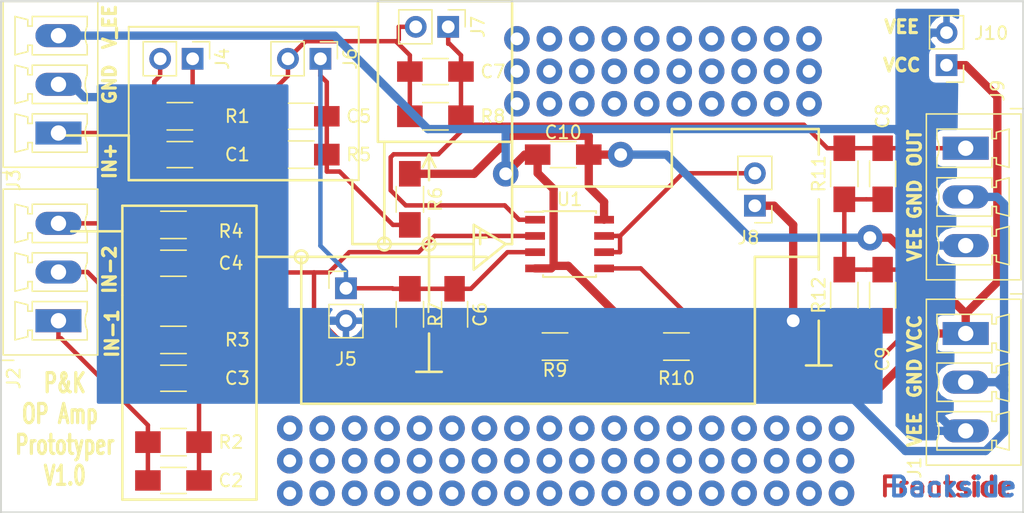
<source format=kicad_pcb>
(kicad_pcb (version 20171130) (host pcbnew "(5.0.0)")

  (general
    (thickness 1.6)
    (drawings 72)
    (tracks 312)
    (zones 0)
    (modules 33)
    (nets 14)
  )

  (page A4)
  (layers
    (0 F.Cu signal hide)
    (31 B.Cu signal hide)
    (32 B.Adhes user)
    (33 F.Adhes user)
    (34 B.Paste user)
    (35 F.Paste user)
    (36 B.SilkS user)
    (37 F.SilkS user)
    (38 B.Mask user)
    (39 F.Mask user)
    (40 Dwgs.User user)
    (41 Cmts.User user)
    (42 Eco1.User user)
    (43 Eco2.User user)
    (44 Edge.Cuts user)
    (45 Margin user)
    (46 B.CrtYd user hide)
    (47 F.CrtYd user hide)
    (48 B.Fab user)
    (49 F.Fab user hide)
  )

  (setup
    (last_trace_width 0.35)
    (trace_clearance 0.35)
    (zone_clearance 0.508)
    (zone_45_only no)
    (trace_min 0.2)
    (segment_width 0.2)
    (edge_width 0.15)
    (via_size 2)
    (via_drill 1)
    (via_min_size 0.4)
    (via_min_drill 0.3)
    (uvia_size 0.3)
    (uvia_drill 0.1)
    (uvias_allowed no)
    (uvia_min_size 0.2)
    (uvia_min_drill 0.1)
    (pcb_text_width 0.3)
    (pcb_text_size 1.5 1.5)
    (mod_edge_width 0.15)
    (mod_text_size 1 1)
    (mod_text_width 0.15)
    (pad_size 1.524 1.524)
    (pad_drill 0.762)
    (pad_to_mask_clearance 0.2)
    (aux_axis_origin 0 0)
    (visible_elements 7FFFFFFF)
    (pcbplotparams
      (layerselection 0x010fc_ffffffff)
      (usegerberextensions false)
      (usegerberattributes false)
      (usegerberadvancedattributes false)
      (creategerberjobfile false)
      (excludeedgelayer true)
      (linewidth 0.100000)
      (plotframeref false)
      (viasonmask false)
      (mode 1)
      (useauxorigin false)
      (hpglpennumber 1)
      (hpglpenspeed 20)
      (hpglpendiameter 15.000000)
      (psnegative false)
      (psa4output false)
      (plotreference true)
      (plotvalue true)
      (plotinvisibletext false)
      (padsonsilk false)
      (subtractmaskfromsilk false)
      (outputformat 1)
      (mirror false)
      (drillshape 0)
      (scaleselection 1)
      (outputdirectory "gerber/"))
  )

  (net 0 "")
  (net 1 "Net-(C1-Pad2)")
  (net 2 "Net-(C2-Pad1)")
  (net 3 "Net-(C3-Pad2)")
  (net 4 "Net-(C4-Pad2)")
  (net 5 "Net-(C5-Pad2)")
  (net 6 GND)
  (net 7 VCC)
  (net 8 VEE)
  (net 9 "Net-(J8-Pad2)")
  (net 10 "Net-(R10-Pad2)")
  (net 11 N_INV_In)
  (net 12 INV_In1)
  (net 13 OUTPUT)

  (net_class Default "Dies ist die voreingestellte Netzklasse."
    (clearance 0.35)
    (trace_width 0.35)
    (via_dia 2)
    (via_drill 1)
    (uvia_dia 0.3)
    (uvia_drill 0.1)
    (add_net INV_In1)
    (add_net N_INV_In)
    (add_net "Net-(C1-Pad2)")
    (add_net "Net-(C2-Pad1)")
    (add_net "Net-(C3-Pad2)")
    (add_net "Net-(C4-Pad2)")
    (add_net "Net-(C5-Pad2)")
    (add_net "Net-(J8-Pad2)")
    (add_net "Net-(R10-Pad2)")
    (add_net OUTPUT)
  )

  (net_class POWER ""
    (clearance 0.35)
    (trace_width 0.65)
    (via_dia 2)
    (via_drill 1)
    (uvia_dia 0.3)
    (uvia_drill 0.1)
    (add_net GND)
    (add_net VCC)
    (add_net VEE)
  )

  (module Capacitors_SMD:C_1206_HandSoldering (layer F.Cu) (tedit 58AA84D1) (tstamp 5D7C0160)
    (at 29.5 37)
    (descr "Capacitor SMD 1206, hand soldering")
    (tags "capacitor 1206")
    (path /5D7BEB6A)
    (attr smd)
    (fp_text reference C1 (at 4.5 0) (layer F.SilkS)
      (effects (font (size 1 1) (thickness 0.15)))
    )
    (fp_text value C (at 0 2) (layer F.Fab)
      (effects (font (size 1 1) (thickness 0.15)))
    )
    (fp_line (start 3.25 1.05) (end -3.25 1.05) (layer F.CrtYd) (width 0.05))
    (fp_line (start 3.25 1.05) (end 3.25 -1.05) (layer F.CrtYd) (width 0.05))
    (fp_line (start -3.25 -1.05) (end -3.25 1.05) (layer F.CrtYd) (width 0.05))
    (fp_line (start -3.25 -1.05) (end 3.25 -1.05) (layer F.CrtYd) (width 0.05))
    (fp_line (start -1 1.02) (end 1 1.02) (layer F.SilkS) (width 0.12))
    (fp_line (start 1 -1.02) (end -1 -1.02) (layer F.SilkS) (width 0.12))
    (fp_line (start -1.6 -0.8) (end 1.6 -0.8) (layer F.Fab) (width 0.1))
    (fp_line (start 1.6 -0.8) (end 1.6 0.8) (layer F.Fab) (width 0.1))
    (fp_line (start 1.6 0.8) (end -1.6 0.8) (layer F.Fab) (width 0.1))
    (fp_line (start -1.6 0.8) (end -1.6 -0.8) (layer F.Fab) (width 0.1))
    (fp_text user %R (at 0 -1.75) (layer F.Fab)
      (effects (font (size 1 1) (thickness 0.15)))
    )
    (pad 2 smd rect (at 2 0) (size 2 1.6) (layers F.Cu F.Paste F.Mask)
      (net 1 "Net-(C1-Pad2)"))
    (pad 1 smd rect (at -2 0) (size 2 1.6) (layers F.Cu F.Paste F.Mask)
      (net 11 N_INV_In))
    (model Capacitors_SMD.3dshapes/C_1206.wrl
      (at (xyz 0 0 0))
      (scale (xyz 1 1 1))
      (rotate (xyz 0 0 0))
    )
  )

  (module Capacitors_SMD:C_1206_HandSoldering (layer F.Cu) (tedit 58AA84D1) (tstamp 5D7D1260)
    (at 29 62.5 180)
    (descr "Capacitor SMD 1206, hand soldering")
    (tags "capacitor 1206")
    (path /5D816CB2)
    (attr smd)
    (fp_text reference C2 (at -4.5 0 180) (layer F.SilkS)
      (effects (font (size 1 1) (thickness 0.15)))
    )
    (fp_text value C (at 0 2 180) (layer F.Fab)
      (effects (font (size 1 1) (thickness 0.15)))
    )
    (fp_text user %R (at 0 -1.75 180) (layer F.Fab)
      (effects (font (size 1 1) (thickness 0.15)))
    )
    (fp_line (start -1.6 0.8) (end -1.6 -0.8) (layer F.Fab) (width 0.1))
    (fp_line (start 1.6 0.8) (end -1.6 0.8) (layer F.Fab) (width 0.1))
    (fp_line (start 1.6 -0.8) (end 1.6 0.8) (layer F.Fab) (width 0.1))
    (fp_line (start -1.6 -0.8) (end 1.6 -0.8) (layer F.Fab) (width 0.1))
    (fp_line (start 1 -1.02) (end -1 -1.02) (layer F.SilkS) (width 0.12))
    (fp_line (start -1 1.02) (end 1 1.02) (layer F.SilkS) (width 0.12))
    (fp_line (start -3.25 -1.05) (end 3.25 -1.05) (layer F.CrtYd) (width 0.05))
    (fp_line (start -3.25 -1.05) (end -3.25 1.05) (layer F.CrtYd) (width 0.05))
    (fp_line (start 3.25 1.05) (end 3.25 -1.05) (layer F.CrtYd) (width 0.05))
    (fp_line (start 3.25 1.05) (end -3.25 1.05) (layer F.CrtYd) (width 0.05))
    (pad 1 smd rect (at -2 0 180) (size 2 1.6) (layers F.Cu F.Paste F.Mask)
      (net 2 "Net-(C2-Pad1)"))
    (pad 2 smd rect (at 2 0 180) (size 2 1.6) (layers F.Cu F.Paste F.Mask)
      (net 12 INV_In1))
    (model Capacitors_SMD.3dshapes/C_1206.wrl
      (at (xyz 0 0 0))
      (scale (xyz 1 1 1))
      (rotate (xyz 0 0 0))
    )
  )

  (module Capacitors_SMD:C_1206_HandSoldering (layer F.Cu) (tedit 58AA84D1) (tstamp 5D7D1290)
    (at 29 54.5 180)
    (descr "Capacitor SMD 1206, hand soldering")
    (tags "capacitor 1206")
    (path /5D7E84AC)
    (attr smd)
    (fp_text reference C3 (at -5 0 180) (layer F.SilkS)
      (effects (font (size 1 1) (thickness 0.15)))
    )
    (fp_text value C (at 0 2 180) (layer F.Fab)
      (effects (font (size 1 1) (thickness 0.15)))
    )
    (fp_line (start 3.25 1.05) (end -3.25 1.05) (layer F.CrtYd) (width 0.05))
    (fp_line (start 3.25 1.05) (end 3.25 -1.05) (layer F.CrtYd) (width 0.05))
    (fp_line (start -3.25 -1.05) (end -3.25 1.05) (layer F.CrtYd) (width 0.05))
    (fp_line (start -3.25 -1.05) (end 3.25 -1.05) (layer F.CrtYd) (width 0.05))
    (fp_line (start -1 1.02) (end 1 1.02) (layer F.SilkS) (width 0.12))
    (fp_line (start 1 -1.02) (end -1 -1.02) (layer F.SilkS) (width 0.12))
    (fp_line (start -1.6 -0.8) (end 1.6 -0.8) (layer F.Fab) (width 0.1))
    (fp_line (start 1.6 -0.8) (end 1.6 0.8) (layer F.Fab) (width 0.1))
    (fp_line (start 1.6 0.8) (end -1.6 0.8) (layer F.Fab) (width 0.1))
    (fp_line (start -1.6 0.8) (end -1.6 -0.8) (layer F.Fab) (width 0.1))
    (fp_text user %R (at 0 -1.75 180) (layer F.Fab)
      (effects (font (size 1 1) (thickness 0.15)))
    )
    (pad 2 smd rect (at 2 0 180) (size 2 1.6) (layers F.Cu F.Paste F.Mask)
      (net 3 "Net-(C3-Pad2)"))
    (pad 1 smd rect (at -2 0 180) (size 2 1.6) (layers F.Cu F.Paste F.Mask)
      (net 2 "Net-(C2-Pad1)"))
    (model Capacitors_SMD.3dshapes/C_1206.wrl
      (at (xyz 0 0 0))
      (scale (xyz 1 1 1))
      (rotate (xyz 0 0 0))
    )
  )

  (module Capacitors_SMD:C_1206_HandSoldering (layer F.Cu) (tedit 58AA84D1) (tstamp 5D7D11D0)
    (at 29 45.5 180)
    (descr "Capacitor SMD 1206, hand soldering")
    (tags "capacitor 1206")
    (path /5D81F9C6)
    (attr smd)
    (fp_text reference C4 (at -4.5 0 180) (layer F.SilkS)
      (effects (font (size 1 1) (thickness 0.15)))
    )
    (fp_text value C (at 0 2 180) (layer F.Fab)
      (effects (font (size 1 1) (thickness 0.15)))
    )
    (fp_text user %R (at 0 -1.75 180) (layer F.Fab)
      (effects (font (size 1 1) (thickness 0.15)))
    )
    (fp_line (start -1.6 0.8) (end -1.6 -0.8) (layer F.Fab) (width 0.1))
    (fp_line (start 1.6 0.8) (end -1.6 0.8) (layer F.Fab) (width 0.1))
    (fp_line (start 1.6 -0.8) (end 1.6 0.8) (layer F.Fab) (width 0.1))
    (fp_line (start -1.6 -0.8) (end 1.6 -0.8) (layer F.Fab) (width 0.1))
    (fp_line (start 1 -1.02) (end -1 -1.02) (layer F.SilkS) (width 0.12))
    (fp_line (start -1 1.02) (end 1 1.02) (layer F.SilkS) (width 0.12))
    (fp_line (start -3.25 -1.05) (end 3.25 -1.05) (layer F.CrtYd) (width 0.05))
    (fp_line (start -3.25 -1.05) (end -3.25 1.05) (layer F.CrtYd) (width 0.05))
    (fp_line (start 3.25 1.05) (end 3.25 -1.05) (layer F.CrtYd) (width 0.05))
    (fp_line (start 3.25 1.05) (end -3.25 1.05) (layer F.CrtYd) (width 0.05))
    (pad 1 smd rect (at -2 0 180) (size 2 1.6) (layers F.Cu F.Paste F.Mask)
      (net 2 "Net-(C2-Pad1)"))
    (pad 2 smd rect (at 2 0 180) (size 2 1.6) (layers F.Cu F.Paste F.Mask)
      (net 4 "Net-(C4-Pad2)"))
    (model Capacitors_SMD.3dshapes/C_1206.wrl
      (at (xyz 0 0 0))
      (scale (xyz 1 1 1))
      (rotate (xyz 0 0 0))
    )
  )

  (module Capacitors_SMD:C_1206_HandSoldering (layer F.Cu) (tedit 58AA84D1) (tstamp 5D7C01A4)
    (at 39 34)
    (descr "Capacitor SMD 1206, hand soldering")
    (tags "capacitor 1206")
    (path /5D7BEA88)
    (attr smd)
    (fp_text reference C5 (at 4.5 0) (layer F.SilkS)
      (effects (font (size 1 1) (thickness 0.15)))
    )
    (fp_text value C (at 0 2) (layer F.Fab)
      (effects (font (size 1 1) (thickness 0.15)))
    )
    (fp_line (start 3.25 1.05) (end -3.25 1.05) (layer F.CrtYd) (width 0.05))
    (fp_line (start 3.25 1.05) (end 3.25 -1.05) (layer F.CrtYd) (width 0.05))
    (fp_line (start -3.25 -1.05) (end -3.25 1.05) (layer F.CrtYd) (width 0.05))
    (fp_line (start -3.25 -1.05) (end 3.25 -1.05) (layer F.CrtYd) (width 0.05))
    (fp_line (start -1 1.02) (end 1 1.02) (layer F.SilkS) (width 0.12))
    (fp_line (start 1 -1.02) (end -1 -1.02) (layer F.SilkS) (width 0.12))
    (fp_line (start -1.6 -0.8) (end 1.6 -0.8) (layer F.Fab) (width 0.1))
    (fp_line (start 1.6 -0.8) (end 1.6 0.8) (layer F.Fab) (width 0.1))
    (fp_line (start 1.6 0.8) (end -1.6 0.8) (layer F.Fab) (width 0.1))
    (fp_line (start -1.6 0.8) (end -1.6 -0.8) (layer F.Fab) (width 0.1))
    (fp_text user %R (at 0 -1.75) (layer F.Fab)
      (effects (font (size 1 1) (thickness 0.15)))
    )
    (pad 2 smd rect (at 2 0) (size 2 1.6) (layers F.Cu F.Paste F.Mask)
      (net 5 "Net-(C5-Pad2)"))
    (pad 1 smd rect (at -2 0) (size 2 1.6) (layers F.Cu F.Paste F.Mask)
      (net 1 "Net-(C1-Pad2)"))
    (model Capacitors_SMD.3dshapes/C_1206.wrl
      (at (xyz 0 0 0))
      (scale (xyz 1 1 1))
      (rotate (xyz 0 0 0))
    )
  )

  (module Capacitors_SMD:C_1206_HandSoldering (layer F.Cu) (tedit 58AA84D1) (tstamp 5D7C01B5)
    (at 51 49.5 90)
    (descr "Capacitor SMD 1206, hand soldering")
    (tags "capacitor 1206")
    (path /5D7BDEEB)
    (attr smd)
    (fp_text reference C6 (at 0 2 90) (layer F.SilkS)
      (effects (font (size 1 1) (thickness 0.15)))
    )
    (fp_text value C (at 0 2 90) (layer F.Fab)
      (effects (font (size 1 1) (thickness 0.15)))
    )
    (fp_line (start 3.25 1.05) (end -3.25 1.05) (layer F.CrtYd) (width 0.05))
    (fp_line (start 3.25 1.05) (end 3.25 -1.05) (layer F.CrtYd) (width 0.05))
    (fp_line (start -3.25 -1.05) (end -3.25 1.05) (layer F.CrtYd) (width 0.05))
    (fp_line (start -3.25 -1.05) (end 3.25 -1.05) (layer F.CrtYd) (width 0.05))
    (fp_line (start -1 1.02) (end 1 1.02) (layer F.SilkS) (width 0.12))
    (fp_line (start 1 -1.02) (end -1 -1.02) (layer F.SilkS) (width 0.12))
    (fp_line (start -1.6 -0.8) (end 1.6 -0.8) (layer F.Fab) (width 0.1))
    (fp_line (start 1.6 -0.8) (end 1.6 0.8) (layer F.Fab) (width 0.1))
    (fp_line (start 1.6 0.8) (end -1.6 0.8) (layer F.Fab) (width 0.1))
    (fp_line (start -1.6 0.8) (end -1.6 -0.8) (layer F.Fab) (width 0.1))
    (fp_text user %R (at 0 -1.75 90) (layer F.Fab)
      (effects (font (size 1 1) (thickness 0.15)))
    )
    (pad 2 smd rect (at 2 0 90) (size 2 1.6) (layers F.Cu F.Paste F.Mask)
      (net 5 "Net-(C5-Pad2)"))
    (pad 1 smd rect (at -2 0 90) (size 2 1.6) (layers F.Cu F.Paste F.Mask)
      (net 6 GND))
    (model Capacitors_SMD.3dshapes/C_1206.wrl
      (at (xyz 0 0 0))
      (scale (xyz 1 1 1))
      (rotate (xyz 0 0 0))
    )
  )

  (module Capacitors_SMD:C_1206_HandSoldering (layer F.Cu) (tedit 58AA84D1) (tstamp 5D7C01C6)
    (at 49.5 30.5)
    (descr "Capacitor SMD 1206, hand soldering")
    (tags "capacitor 1206")
    (path /5D7BDF69)
    (attr smd)
    (fp_text reference C7 (at 4.5 0) (layer F.SilkS)
      (effects (font (size 1 1) (thickness 0.15)))
    )
    (fp_text value C (at 0 2) (layer F.Fab)
      (effects (font (size 1 1) (thickness 0.15)))
    )
    (fp_text user %R (at 0 -1.75) (layer F.Fab)
      (effects (font (size 1 1) (thickness 0.15)))
    )
    (fp_line (start -1.6 0.8) (end -1.6 -0.8) (layer F.Fab) (width 0.1))
    (fp_line (start 1.6 0.8) (end -1.6 0.8) (layer F.Fab) (width 0.1))
    (fp_line (start 1.6 -0.8) (end 1.6 0.8) (layer F.Fab) (width 0.1))
    (fp_line (start -1.6 -0.8) (end 1.6 -0.8) (layer F.Fab) (width 0.1))
    (fp_line (start 1 -1.02) (end -1 -1.02) (layer F.SilkS) (width 0.12))
    (fp_line (start -1 1.02) (end 1 1.02) (layer F.SilkS) (width 0.12))
    (fp_line (start -3.25 -1.05) (end 3.25 -1.05) (layer F.CrtYd) (width 0.05))
    (fp_line (start -3.25 -1.05) (end -3.25 1.05) (layer F.CrtYd) (width 0.05))
    (fp_line (start 3.25 1.05) (end 3.25 -1.05) (layer F.CrtYd) (width 0.05))
    (fp_line (start 3.25 1.05) (end -3.25 1.05) (layer F.CrtYd) (width 0.05))
    (pad 1 smd rect (at -2 0) (size 2 1.6) (layers F.Cu F.Paste F.Mask)
      (net 1 "Net-(C1-Pad2)"))
    (pad 2 smd rect (at 2 0) (size 2 1.6) (layers F.Cu F.Paste F.Mask)
      (net 13 OUTPUT))
    (model Capacitors_SMD.3dshapes/C_1206.wrl
      (at (xyz 0 0 0))
      (scale (xyz 1 1 1))
      (rotate (xyz 0 0 0))
    )
  )

  (module Capacitors_SMD:C_1206_HandSoldering (layer F.Cu) (tedit 58AA84D1) (tstamp 5D7C01D7)
    (at 84.5 38.5 270)
    (descr "Capacitor SMD 1206, hand soldering")
    (tags "capacitor 1206")
    (path /5D7E831B)
    (attr smd)
    (fp_text reference C8 (at -4.5 0 270) (layer F.SilkS)
      (effects (font (size 1 1) (thickness 0.15)))
    )
    (fp_text value C (at 0 2 270) (layer F.Fab)
      (effects (font (size 1 1) (thickness 0.15)))
    )
    (fp_text user %R (at 0 -1.75 270) (layer F.Fab)
      (effects (font (size 1 1) (thickness 0.15)))
    )
    (fp_line (start -1.6 0.8) (end -1.6 -0.8) (layer F.Fab) (width 0.1))
    (fp_line (start 1.6 0.8) (end -1.6 0.8) (layer F.Fab) (width 0.1))
    (fp_line (start 1.6 -0.8) (end 1.6 0.8) (layer F.Fab) (width 0.1))
    (fp_line (start -1.6 -0.8) (end 1.6 -0.8) (layer F.Fab) (width 0.1))
    (fp_line (start 1 -1.02) (end -1 -1.02) (layer F.SilkS) (width 0.12))
    (fp_line (start -1 1.02) (end 1 1.02) (layer F.SilkS) (width 0.12))
    (fp_line (start -3.25 -1.05) (end 3.25 -1.05) (layer F.CrtYd) (width 0.05))
    (fp_line (start -3.25 -1.05) (end -3.25 1.05) (layer F.CrtYd) (width 0.05))
    (fp_line (start 3.25 1.05) (end 3.25 -1.05) (layer F.CrtYd) (width 0.05))
    (fp_line (start 3.25 1.05) (end -3.25 1.05) (layer F.CrtYd) (width 0.05))
    (pad 1 smd rect (at -2 0 270) (size 2 1.6) (layers F.Cu F.Paste F.Mask)
      (net 13 OUTPUT))
    (pad 2 smd rect (at 2 0 270) (size 2 1.6) (layers F.Cu F.Paste F.Mask)
      (net 2 "Net-(C2-Pad1)"))
    (model Capacitors_SMD.3dshapes/C_1206.wrl
      (at (xyz 0 0 0))
      (scale (xyz 1 1 1))
      (rotate (xyz 0 0 0))
    )
  )

  (module Capacitors_SMD:C_1206_HandSoldering (layer F.Cu) (tedit 58AA84D1) (tstamp 5D7C01E8)
    (at 84.5 48 270)
    (descr "Capacitor SMD 1206, hand soldering")
    (tags "capacitor 1206")
    (path /5D7E8440)
    (attr smd)
    (fp_text reference C9 (at 5 0 270) (layer F.SilkS)
      (effects (font (size 1 1) (thickness 0.15)))
    )
    (fp_text value C (at 0 2 270) (layer F.Fab)
      (effects (font (size 1 1) (thickness 0.15)))
    )
    (fp_text user %R (at 0 -1.75 270) (layer F.Fab)
      (effects (font (size 1 1) (thickness 0.15)))
    )
    (fp_line (start -1.6 0.8) (end -1.6 -0.8) (layer F.Fab) (width 0.1))
    (fp_line (start 1.6 0.8) (end -1.6 0.8) (layer F.Fab) (width 0.1))
    (fp_line (start 1.6 -0.8) (end 1.6 0.8) (layer F.Fab) (width 0.1))
    (fp_line (start -1.6 -0.8) (end 1.6 -0.8) (layer F.Fab) (width 0.1))
    (fp_line (start 1 -1.02) (end -1 -1.02) (layer F.SilkS) (width 0.12))
    (fp_line (start -1 1.02) (end 1 1.02) (layer F.SilkS) (width 0.12))
    (fp_line (start -3.25 -1.05) (end 3.25 -1.05) (layer F.CrtYd) (width 0.05))
    (fp_line (start -3.25 -1.05) (end -3.25 1.05) (layer F.CrtYd) (width 0.05))
    (fp_line (start 3.25 1.05) (end 3.25 -1.05) (layer F.CrtYd) (width 0.05))
    (fp_line (start 3.25 1.05) (end -3.25 1.05) (layer F.CrtYd) (width 0.05))
    (pad 1 smd rect (at -2 0 270) (size 2 1.6) (layers F.Cu F.Paste F.Mask)
      (net 2 "Net-(C2-Pad1)"))
    (pad 2 smd rect (at 2 0 270) (size 2 1.6) (layers F.Cu F.Paste F.Mask)
      (net 6 GND))
    (model Capacitors_SMD.3dshapes/C_1206.wrl
      (at (xyz 0 0 0))
      (scale (xyz 1 1 1))
      (rotate (xyz 0 0 0))
    )
  )

  (module Capacitors_SMD:C_1206_HandSoldering (layer F.Cu) (tedit 58AA84D1) (tstamp 5D7C01F9)
    (at 59.5 37)
    (descr "Capacitor SMD 1206, hand soldering")
    (tags "capacitor 1206")
    (path /5D860B28)
    (attr smd)
    (fp_text reference C10 (at 0 -1.75) (layer F.SilkS)
      (effects (font (size 1 1) (thickness 0.15)))
    )
    (fp_text value C (at 0 2) (layer F.Fab)
      (effects (font (size 1 1) (thickness 0.15)))
    )
    (fp_line (start 3.25 1.05) (end -3.25 1.05) (layer F.CrtYd) (width 0.05))
    (fp_line (start 3.25 1.05) (end 3.25 -1.05) (layer F.CrtYd) (width 0.05))
    (fp_line (start -3.25 -1.05) (end -3.25 1.05) (layer F.CrtYd) (width 0.05))
    (fp_line (start -3.25 -1.05) (end 3.25 -1.05) (layer F.CrtYd) (width 0.05))
    (fp_line (start -1 1.02) (end 1 1.02) (layer F.SilkS) (width 0.12))
    (fp_line (start 1 -1.02) (end -1 -1.02) (layer F.SilkS) (width 0.12))
    (fp_line (start -1.6 -0.8) (end 1.6 -0.8) (layer F.Fab) (width 0.1))
    (fp_line (start 1.6 -0.8) (end 1.6 0.8) (layer F.Fab) (width 0.1))
    (fp_line (start 1.6 0.8) (end -1.6 0.8) (layer F.Fab) (width 0.1))
    (fp_line (start -1.6 0.8) (end -1.6 -0.8) (layer F.Fab) (width 0.1))
    (fp_text user %R (at 0 -1.75) (layer F.Fab)
      (effects (font (size 1 1) (thickness 0.15)))
    )
    (pad 2 smd rect (at 2 0) (size 2 1.6) (layers F.Cu F.Paste F.Mask)
      (net 7 VCC))
    (pad 1 smd rect (at -2 0) (size 2 1.6) (layers F.Cu F.Paste F.Mask)
      (net 8 VEE))
    (model Capacitors_SMD.3dshapes/C_1206.wrl
      (at (xyz 0 0 0))
      (scale (xyz 1 1 1))
      (rotate (xyz 0 0 0))
    )
  )

  (module Connectors_Phoenix:PhoenixContact_MCV-G_03x3.81mm_Vertical (layer F.Cu) (tedit 59566E61) (tstamp 5D7C023B)
    (at 91 51 270)
    (descr "Generic Phoenix Contact connector footprint for series: MCV-G; number of pins: 03; pin pitch: 3.81mm; Vertical || order number: 1803439 8A 160V")
    (tags "phoenix_contact connector MCV_01x03_G_3.81mm")
    (path /5D889F63)
    (fp_text reference J1 (at 10.5 4 270) (layer F.SilkS)
      (effects (font (size 1 1) (thickness 0.15)))
    )
    (fp_text value Conn_01x03_Male (at 15.5 8 270) (layer F.Fab)
      (effects (font (size 1 1) (thickness 0.15)))
    )
    (fp_arc (start 0 3.95) (end -0.75 2.25) (angle 47.6) (layer F.SilkS) (width 0.12))
    (fp_arc (start 3.81 3.95) (end 3.06 2.25) (angle 47.6) (layer F.SilkS) (width 0.12))
    (fp_arc (start 7.62 3.95) (end 6.87 2.25) (angle 47.6) (layer F.SilkS) (width 0.12))
    (fp_line (start -2.68 -4.33) (end -2.68 3.08) (layer F.SilkS) (width 0.12))
    (fp_line (start -2.68 3.08) (end 10.3 3.08) (layer F.SilkS) (width 0.12))
    (fp_line (start 10.3 3.08) (end 10.3 -4.33) (layer F.SilkS) (width 0.12))
    (fp_line (start 10.3 -4.33) (end -2.68 -4.33) (layer F.SilkS) (width 0.12))
    (fp_line (start -2.6 -4.25) (end -2.6 3) (layer F.Fab) (width 0.1))
    (fp_line (start -2.6 3) (end 10.22 3) (layer F.Fab) (width 0.1))
    (fp_line (start 10.22 3) (end 10.22 -4.25) (layer F.Fab) (width 0.1))
    (fp_line (start 10.22 -4.25) (end -2.6 -4.25) (layer F.Fab) (width 0.1))
    (fp_line (start -0.75 2.25) (end -1.5 2.25) (layer F.SilkS) (width 0.12))
    (fp_line (start -1.5 2.25) (end -1.5 -2.05) (layer F.SilkS) (width 0.12))
    (fp_line (start -1.5 -2.05) (end -0.75 -2.05) (layer F.SilkS) (width 0.12))
    (fp_line (start -0.75 -2.05) (end -0.75 -2.4) (layer F.SilkS) (width 0.12))
    (fp_line (start -0.75 -2.4) (end -1.25 -2.4) (layer F.SilkS) (width 0.12))
    (fp_line (start -1.25 -2.4) (end -1.5 -3.4) (layer F.SilkS) (width 0.12))
    (fp_line (start -1.5 -3.4) (end 1.5 -3.4) (layer F.SilkS) (width 0.12))
    (fp_line (start 1.5 -3.4) (end 1.25 -2.4) (layer F.SilkS) (width 0.12))
    (fp_line (start 1.25 -2.4) (end 0.75 -2.4) (layer F.SilkS) (width 0.12))
    (fp_line (start 0.75 -2.4) (end 0.75 -2.05) (layer F.SilkS) (width 0.12))
    (fp_line (start 0.75 -2.05) (end 1.5 -2.05) (layer F.SilkS) (width 0.12))
    (fp_line (start 1.5 -2.05) (end 1.5 2.25) (layer F.SilkS) (width 0.12))
    (fp_line (start 1.5 2.25) (end 0.75 2.25) (layer F.SilkS) (width 0.12))
    (fp_line (start 3.06 2.25) (end 2.31 2.25) (layer F.SilkS) (width 0.12))
    (fp_line (start 2.31 2.25) (end 2.31 -2.05) (layer F.SilkS) (width 0.12))
    (fp_line (start 2.31 -2.05) (end 3.06 -2.05) (layer F.SilkS) (width 0.12))
    (fp_line (start 3.06 -2.05) (end 3.06 -2.4) (layer F.SilkS) (width 0.12))
    (fp_line (start 3.06 -2.4) (end 2.56 -2.4) (layer F.SilkS) (width 0.12))
    (fp_line (start 2.56 -2.4) (end 2.31 -3.4) (layer F.SilkS) (width 0.12))
    (fp_line (start 2.31 -3.4) (end 5.31 -3.4) (layer F.SilkS) (width 0.12))
    (fp_line (start 5.31 -3.4) (end 5.06 -2.4) (layer F.SilkS) (width 0.12))
    (fp_line (start 5.06 -2.4) (end 4.56 -2.4) (layer F.SilkS) (width 0.12))
    (fp_line (start 4.56 -2.4) (end 4.56 -2.05) (layer F.SilkS) (width 0.12))
    (fp_line (start 4.56 -2.05) (end 5.31 -2.05) (layer F.SilkS) (width 0.12))
    (fp_line (start 5.31 -2.05) (end 5.31 2.25) (layer F.SilkS) (width 0.12))
    (fp_line (start 5.31 2.25) (end 4.56 2.25) (layer F.SilkS) (width 0.12))
    (fp_line (start 6.87 2.25) (end 6.12 2.25) (layer F.SilkS) (width 0.12))
    (fp_line (start 6.12 2.25) (end 6.12 -2.05) (layer F.SilkS) (width 0.12))
    (fp_line (start 6.12 -2.05) (end 6.87 -2.05) (layer F.SilkS) (width 0.12))
    (fp_line (start 6.87 -2.05) (end 6.87 -2.4) (layer F.SilkS) (width 0.12))
    (fp_line (start 6.87 -2.4) (end 6.37 -2.4) (layer F.SilkS) (width 0.12))
    (fp_line (start 6.37 -2.4) (end 6.12 -3.4) (layer F.SilkS) (width 0.12))
    (fp_line (start 6.12 -3.4) (end 9.12 -3.4) (layer F.SilkS) (width 0.12))
    (fp_line (start 9.12 -3.4) (end 8.87 -2.4) (layer F.SilkS) (width 0.12))
    (fp_line (start 8.87 -2.4) (end 8.37 -2.4) (layer F.SilkS) (width 0.12))
    (fp_line (start 8.37 -2.4) (end 8.37 -2.05) (layer F.SilkS) (width 0.12))
    (fp_line (start 8.37 -2.05) (end 9.12 -2.05) (layer F.SilkS) (width 0.12))
    (fp_line (start 9.12 -2.05) (end 9.12 2.25) (layer F.SilkS) (width 0.12))
    (fp_line (start 9.12 2.25) (end 8.37 2.25) (layer F.SilkS) (width 0.12))
    (fp_line (start -3.1 -4.75) (end -3.1 3.5) (layer F.CrtYd) (width 0.05))
    (fp_line (start -3.1 3.5) (end 10.72 3.5) (layer F.CrtYd) (width 0.05))
    (fp_line (start 10.72 3.5) (end 10.72 -4.75) (layer F.CrtYd) (width 0.05))
    (fp_line (start 10.72 -4.75) (end -3.1 -4.75) (layer F.CrtYd) (width 0.05))
    (fp_line (start -3.1 -3.5) (end -3.1 -4.75) (layer F.SilkS) (width 0.12))
    (fp_line (start -3.1 -4.75) (end -1.1 -4.75) (layer F.SilkS) (width 0.12))
    (fp_line (start -3.1 -3.5) (end -3.1 -4.75) (layer F.Fab) (width 0.1))
    (fp_line (start -3.1 -4.75) (end -1.1 -4.75) (layer F.Fab) (width 0.1))
    (fp_text user %R (at 3.81 -3 270) (layer F.Fab)
      (effects (font (size 1 1) (thickness 0.15)))
    )
    (pad 1 thru_hole rect (at 0 0 270) (size 1.8 3.6) (drill 1.2) (layers *.Cu *.Mask)
      (net 7 VCC))
    (pad 2 thru_hole oval (at 3.81 0 270) (size 1.8 3.6) (drill 1.2) (layers *.Cu *.Mask)
      (net 6 GND))
    (pad 3 thru_hole oval (at 7.62 0 270) (size 1.8 3.6) (drill 1.2) (layers *.Cu *.Mask)
      (net 8 VEE))
    (model ${KISYS3DMOD}/Connectors_Phoenix.3dshapes/PhoenixContact_MCV-G_03x3.81mm_Vertical.wrl
      (at (xyz 0 0 0))
      (scale (xyz 1 1 1))
      (rotate (xyz 0 0 0))
    )
  )

  (module Connectors_Phoenix:PhoenixContact_MCV-G_03x3.81mm_Vertical (layer F.Cu) (tedit 59566E61) (tstamp 5D7C027D)
    (at 20 50 90)
    (descr "Generic Phoenix Contact connector footprint for series: MCV-G; number of pins: 03; pin pitch: 3.81mm; Vertical || order number: 1803439 8A 160V")
    (tags "phoenix_contact connector MCV_01x03_G_3.81mm")
    (path /5D8356DA)
    (fp_text reference J2 (at -4.5 -3.5 90) (layer F.SilkS)
      (effects (font (size 1 1) (thickness 0.15)))
    )
    (fp_text value Conn_01x03_Male (at 3.81 4 90) (layer F.Fab)
      (effects (font (size 1 1) (thickness 0.15)))
    )
    (fp_arc (start 0 3.95) (end -0.75 2.25) (angle 47.6) (layer F.SilkS) (width 0.12))
    (fp_arc (start 3.81 3.95) (end 3.06 2.25) (angle 47.6) (layer F.SilkS) (width 0.12))
    (fp_arc (start 7.62 3.95) (end 6.87 2.25) (angle 47.6) (layer F.SilkS) (width 0.12))
    (fp_line (start -2.68 -4.33) (end -2.68 3.08) (layer F.SilkS) (width 0.12))
    (fp_line (start -2.68 3.08) (end 10.3 3.08) (layer F.SilkS) (width 0.12))
    (fp_line (start 10.3 3.08) (end 10.3 -4.33) (layer F.SilkS) (width 0.12))
    (fp_line (start 10.3 -4.33) (end -2.68 -4.33) (layer F.SilkS) (width 0.12))
    (fp_line (start -2.6 -4.25) (end -2.6 3) (layer F.Fab) (width 0.1))
    (fp_line (start -2.6 3) (end 10.22 3) (layer F.Fab) (width 0.1))
    (fp_line (start 10.22 3) (end 10.22 -4.25) (layer F.Fab) (width 0.1))
    (fp_line (start 10.22 -4.25) (end -2.6 -4.25) (layer F.Fab) (width 0.1))
    (fp_line (start -0.75 2.25) (end -1.5 2.25) (layer F.SilkS) (width 0.12))
    (fp_line (start -1.5 2.25) (end -1.5 -2.05) (layer F.SilkS) (width 0.12))
    (fp_line (start -1.5 -2.05) (end -0.75 -2.05) (layer F.SilkS) (width 0.12))
    (fp_line (start -0.75 -2.05) (end -0.75 -2.4) (layer F.SilkS) (width 0.12))
    (fp_line (start -0.75 -2.4) (end -1.25 -2.4) (layer F.SilkS) (width 0.12))
    (fp_line (start -1.25 -2.4) (end -1.5 -3.4) (layer F.SilkS) (width 0.12))
    (fp_line (start -1.5 -3.4) (end 1.5 -3.4) (layer F.SilkS) (width 0.12))
    (fp_line (start 1.5 -3.4) (end 1.25 -2.4) (layer F.SilkS) (width 0.12))
    (fp_line (start 1.25 -2.4) (end 0.75 -2.4) (layer F.SilkS) (width 0.12))
    (fp_line (start 0.75 -2.4) (end 0.75 -2.05) (layer F.SilkS) (width 0.12))
    (fp_line (start 0.75 -2.05) (end 1.5 -2.05) (layer F.SilkS) (width 0.12))
    (fp_line (start 1.5 -2.05) (end 1.5 2.25) (layer F.SilkS) (width 0.12))
    (fp_line (start 1.5 2.25) (end 0.75 2.25) (layer F.SilkS) (width 0.12))
    (fp_line (start 3.06 2.25) (end 2.31 2.25) (layer F.SilkS) (width 0.12))
    (fp_line (start 2.31 2.25) (end 2.31 -2.05) (layer F.SilkS) (width 0.12))
    (fp_line (start 2.31 -2.05) (end 3.06 -2.05) (layer F.SilkS) (width 0.12))
    (fp_line (start 3.06 -2.05) (end 3.06 -2.4) (layer F.SilkS) (width 0.12))
    (fp_line (start 3.06 -2.4) (end 2.56 -2.4) (layer F.SilkS) (width 0.12))
    (fp_line (start 2.56 -2.4) (end 2.31 -3.4) (layer F.SilkS) (width 0.12))
    (fp_line (start 2.31 -3.4) (end 5.31 -3.4) (layer F.SilkS) (width 0.12))
    (fp_line (start 5.31 -3.4) (end 5.06 -2.4) (layer F.SilkS) (width 0.12))
    (fp_line (start 5.06 -2.4) (end 4.56 -2.4) (layer F.SilkS) (width 0.12))
    (fp_line (start 4.56 -2.4) (end 4.56 -2.05) (layer F.SilkS) (width 0.12))
    (fp_line (start 4.56 -2.05) (end 5.31 -2.05) (layer F.SilkS) (width 0.12))
    (fp_line (start 5.31 -2.05) (end 5.31 2.25) (layer F.SilkS) (width 0.12))
    (fp_line (start 5.31 2.25) (end 4.56 2.25) (layer F.SilkS) (width 0.12))
    (fp_line (start 6.87 2.25) (end 6.12 2.25) (layer F.SilkS) (width 0.12))
    (fp_line (start 6.12 2.25) (end 6.12 -2.05) (layer F.SilkS) (width 0.12))
    (fp_line (start 6.12 -2.05) (end 6.87 -2.05) (layer F.SilkS) (width 0.12))
    (fp_line (start 6.87 -2.05) (end 6.87 -2.4) (layer F.SilkS) (width 0.12))
    (fp_line (start 6.87 -2.4) (end 6.37 -2.4) (layer F.SilkS) (width 0.12))
    (fp_line (start 6.37 -2.4) (end 6.12 -3.4) (layer F.SilkS) (width 0.12))
    (fp_line (start 6.12 -3.4) (end 9.12 -3.4) (layer F.SilkS) (width 0.12))
    (fp_line (start 9.12 -3.4) (end 8.87 -2.4) (layer F.SilkS) (width 0.12))
    (fp_line (start 8.87 -2.4) (end 8.37 -2.4) (layer F.SilkS) (width 0.12))
    (fp_line (start 8.37 -2.4) (end 8.37 -2.05) (layer F.SilkS) (width 0.12))
    (fp_line (start 8.37 -2.05) (end 9.12 -2.05) (layer F.SilkS) (width 0.12))
    (fp_line (start 9.12 -2.05) (end 9.12 2.25) (layer F.SilkS) (width 0.12))
    (fp_line (start 9.12 2.25) (end 8.37 2.25) (layer F.SilkS) (width 0.12))
    (fp_line (start -3.1 -4.75) (end -3.1 3.5) (layer F.CrtYd) (width 0.05))
    (fp_line (start -3.1 3.5) (end 10.72 3.5) (layer F.CrtYd) (width 0.05))
    (fp_line (start 10.72 3.5) (end 10.72 -4.75) (layer F.CrtYd) (width 0.05))
    (fp_line (start 10.72 -4.75) (end -3.1 -4.75) (layer F.CrtYd) (width 0.05))
    (fp_line (start -3.1 -3.5) (end -3.1 -4.75) (layer F.SilkS) (width 0.12))
    (fp_line (start -3.1 -4.75) (end -1.1 -4.75) (layer F.SilkS) (width 0.12))
    (fp_line (start -3.1 -3.5) (end -3.1 -4.75) (layer F.Fab) (width 0.1))
    (fp_line (start -3.1 -4.75) (end -1.1 -4.75) (layer F.Fab) (width 0.1))
    (fp_text user %R (at 3.81 -3 90) (layer F.Fab)
      (effects (font (size 1 1) (thickness 0.15)))
    )
    (pad 1 thru_hole rect (at 0 0 90) (size 1.8 3.6) (drill 1.2) (layers *.Cu *.Mask)
      (net 12 INV_In1))
    (pad 2 thru_hole oval (at 3.81 0 90) (size 1.8 3.6) (drill 1.2) (layers *.Cu *.Mask)
      (net 3 "Net-(C3-Pad2)"))
    (pad 3 thru_hole oval (at 7.62 0 90) (size 1.8 3.6) (drill 1.2) (layers *.Cu *.Mask)
      (net 4 "Net-(C4-Pad2)"))
    (model ${KISYS3DMOD}/Connectors_Phoenix.3dshapes/PhoenixContact_MCV-G_03x3.81mm_Vertical.wrl
      (at (xyz 0 0 0))
      (scale (xyz 1 1 1))
      (rotate (xyz 0 0 0))
    )
  )

  (module Connectors_Phoenix:PhoenixContact_MCV-G_03x3.81mm_Vertical (layer F.Cu) (tedit 59566E61) (tstamp 5D7C02BF)
    (at 20 35.31 90)
    (descr "Generic Phoenix Contact connector footprint for series: MCV-G; number of pins: 03; pin pitch: 3.81mm; Vertical || order number: 1803439 8A 160V")
    (tags "phoenix_contact connector MCV_01x03_G_3.81mm")
    (path /5D835640)
    (fp_text reference J3 (at -3.69 -3.5 90) (layer F.SilkS)
      (effects (font (size 1 1) (thickness 0.15)))
    )
    (fp_text value Conn_01x03_Male (at 3.81 4 90) (layer F.Fab)
      (effects (font (size 1 1) (thickness 0.15)))
    )
    (fp_text user %R (at 3.81 -3 90) (layer F.Fab)
      (effects (font (size 1 1) (thickness 0.15)))
    )
    (fp_line (start -3.1 -4.75) (end -1.1 -4.75) (layer F.Fab) (width 0.1))
    (fp_line (start -3.1 -3.5) (end -3.1 -4.75) (layer F.Fab) (width 0.1))
    (fp_line (start -3.1 -4.75) (end -1.1 -4.75) (layer F.SilkS) (width 0.12))
    (fp_line (start -3.1 -3.5) (end -3.1 -4.75) (layer F.SilkS) (width 0.12))
    (fp_line (start 10.72 -4.75) (end -3.1 -4.75) (layer F.CrtYd) (width 0.05))
    (fp_line (start 10.72 3.5) (end 10.72 -4.75) (layer F.CrtYd) (width 0.05))
    (fp_line (start -3.1 3.5) (end 10.72 3.5) (layer F.CrtYd) (width 0.05))
    (fp_line (start -3.1 -4.75) (end -3.1 3.5) (layer F.CrtYd) (width 0.05))
    (fp_line (start 9.12 2.25) (end 8.37 2.25) (layer F.SilkS) (width 0.12))
    (fp_line (start 9.12 -2.05) (end 9.12 2.25) (layer F.SilkS) (width 0.12))
    (fp_line (start 8.37 -2.05) (end 9.12 -2.05) (layer F.SilkS) (width 0.12))
    (fp_line (start 8.37 -2.4) (end 8.37 -2.05) (layer F.SilkS) (width 0.12))
    (fp_line (start 8.87 -2.4) (end 8.37 -2.4) (layer F.SilkS) (width 0.12))
    (fp_line (start 9.12 -3.4) (end 8.87 -2.4) (layer F.SilkS) (width 0.12))
    (fp_line (start 6.12 -3.4) (end 9.12 -3.4) (layer F.SilkS) (width 0.12))
    (fp_line (start 6.37 -2.4) (end 6.12 -3.4) (layer F.SilkS) (width 0.12))
    (fp_line (start 6.87 -2.4) (end 6.37 -2.4) (layer F.SilkS) (width 0.12))
    (fp_line (start 6.87 -2.05) (end 6.87 -2.4) (layer F.SilkS) (width 0.12))
    (fp_line (start 6.12 -2.05) (end 6.87 -2.05) (layer F.SilkS) (width 0.12))
    (fp_line (start 6.12 2.25) (end 6.12 -2.05) (layer F.SilkS) (width 0.12))
    (fp_line (start 6.87 2.25) (end 6.12 2.25) (layer F.SilkS) (width 0.12))
    (fp_line (start 5.31 2.25) (end 4.56 2.25) (layer F.SilkS) (width 0.12))
    (fp_line (start 5.31 -2.05) (end 5.31 2.25) (layer F.SilkS) (width 0.12))
    (fp_line (start 4.56 -2.05) (end 5.31 -2.05) (layer F.SilkS) (width 0.12))
    (fp_line (start 4.56 -2.4) (end 4.56 -2.05) (layer F.SilkS) (width 0.12))
    (fp_line (start 5.06 -2.4) (end 4.56 -2.4) (layer F.SilkS) (width 0.12))
    (fp_line (start 5.31 -3.4) (end 5.06 -2.4) (layer F.SilkS) (width 0.12))
    (fp_line (start 2.31 -3.4) (end 5.31 -3.4) (layer F.SilkS) (width 0.12))
    (fp_line (start 2.56 -2.4) (end 2.31 -3.4) (layer F.SilkS) (width 0.12))
    (fp_line (start 3.06 -2.4) (end 2.56 -2.4) (layer F.SilkS) (width 0.12))
    (fp_line (start 3.06 -2.05) (end 3.06 -2.4) (layer F.SilkS) (width 0.12))
    (fp_line (start 2.31 -2.05) (end 3.06 -2.05) (layer F.SilkS) (width 0.12))
    (fp_line (start 2.31 2.25) (end 2.31 -2.05) (layer F.SilkS) (width 0.12))
    (fp_line (start 3.06 2.25) (end 2.31 2.25) (layer F.SilkS) (width 0.12))
    (fp_line (start 1.5 2.25) (end 0.75 2.25) (layer F.SilkS) (width 0.12))
    (fp_line (start 1.5 -2.05) (end 1.5 2.25) (layer F.SilkS) (width 0.12))
    (fp_line (start 0.75 -2.05) (end 1.5 -2.05) (layer F.SilkS) (width 0.12))
    (fp_line (start 0.75 -2.4) (end 0.75 -2.05) (layer F.SilkS) (width 0.12))
    (fp_line (start 1.25 -2.4) (end 0.75 -2.4) (layer F.SilkS) (width 0.12))
    (fp_line (start 1.5 -3.4) (end 1.25 -2.4) (layer F.SilkS) (width 0.12))
    (fp_line (start -1.5 -3.4) (end 1.5 -3.4) (layer F.SilkS) (width 0.12))
    (fp_line (start -1.25 -2.4) (end -1.5 -3.4) (layer F.SilkS) (width 0.12))
    (fp_line (start -0.75 -2.4) (end -1.25 -2.4) (layer F.SilkS) (width 0.12))
    (fp_line (start -0.75 -2.05) (end -0.75 -2.4) (layer F.SilkS) (width 0.12))
    (fp_line (start -1.5 -2.05) (end -0.75 -2.05) (layer F.SilkS) (width 0.12))
    (fp_line (start -1.5 2.25) (end -1.5 -2.05) (layer F.SilkS) (width 0.12))
    (fp_line (start -0.75 2.25) (end -1.5 2.25) (layer F.SilkS) (width 0.12))
    (fp_line (start 10.22 -4.25) (end -2.6 -4.25) (layer F.Fab) (width 0.1))
    (fp_line (start 10.22 3) (end 10.22 -4.25) (layer F.Fab) (width 0.1))
    (fp_line (start -2.6 3) (end 10.22 3) (layer F.Fab) (width 0.1))
    (fp_line (start -2.6 -4.25) (end -2.6 3) (layer F.Fab) (width 0.1))
    (fp_line (start 10.3 -4.33) (end -2.68 -4.33) (layer F.SilkS) (width 0.12))
    (fp_line (start 10.3 3.08) (end 10.3 -4.33) (layer F.SilkS) (width 0.12))
    (fp_line (start -2.68 3.08) (end 10.3 3.08) (layer F.SilkS) (width 0.12))
    (fp_line (start -2.68 -4.33) (end -2.68 3.08) (layer F.SilkS) (width 0.12))
    (fp_arc (start 7.62 3.95) (end 6.87 2.25) (angle 47.6) (layer F.SilkS) (width 0.12))
    (fp_arc (start 3.81 3.95) (end 3.06 2.25) (angle 47.6) (layer F.SilkS) (width 0.12))
    (fp_arc (start 0 3.95) (end -0.75 2.25) (angle 47.6) (layer F.SilkS) (width 0.12))
    (pad 3 thru_hole oval (at 7.62 0 90) (size 1.8 3.6) (drill 1.2) (layers *.Cu *.Mask)
      (net 8 VEE))
    (pad 2 thru_hole oval (at 3.81 0 90) (size 1.8 3.6) (drill 1.2) (layers *.Cu *.Mask)
      (net 6 GND))
    (pad 1 thru_hole rect (at 0 0 90) (size 1.8 3.6) (drill 1.2) (layers *.Cu *.Mask)
      (net 11 N_INV_In))
    (model ${KISYS3DMOD}/Connectors_Phoenix.3dshapes/PhoenixContact_MCV-G_03x3.81mm_Vertical.wrl
      (at (xyz 0 0 0))
      (scale (xyz 1 1 1))
      (rotate (xyz 0 0 0))
    )
  )

  (module Pin_Headers:Pin_Header_Straight_1x02_Pitch2.54mm (layer F.Cu) (tedit 59650532) (tstamp 5D7C02D5)
    (at 30.5 29.5 270)
    (descr "Through hole straight pin header, 1x02, 2.54mm pitch, single row")
    (tags "Through hole pin header THT 1x02 2.54mm single row")
    (path /5D7CC298)
    (fp_text reference J4 (at 0 -2.33 270) (layer F.SilkS)
      (effects (font (size 1 1) (thickness 0.15)))
    )
    (fp_text value Conn_01x02_Male (at 0 4.87 270) (layer F.Fab)
      (effects (font (size 1 1) (thickness 0.15)))
    )
    (fp_line (start -0.635 -1.27) (end 1.27 -1.27) (layer F.Fab) (width 0.1))
    (fp_line (start 1.27 -1.27) (end 1.27 3.81) (layer F.Fab) (width 0.1))
    (fp_line (start 1.27 3.81) (end -1.27 3.81) (layer F.Fab) (width 0.1))
    (fp_line (start -1.27 3.81) (end -1.27 -0.635) (layer F.Fab) (width 0.1))
    (fp_line (start -1.27 -0.635) (end -0.635 -1.27) (layer F.Fab) (width 0.1))
    (fp_line (start -1.33 3.87) (end 1.33 3.87) (layer F.SilkS) (width 0.12))
    (fp_line (start -1.33 1.27) (end -1.33 3.87) (layer F.SilkS) (width 0.12))
    (fp_line (start 1.33 1.27) (end 1.33 3.87) (layer F.SilkS) (width 0.12))
    (fp_line (start -1.33 1.27) (end 1.33 1.27) (layer F.SilkS) (width 0.12))
    (fp_line (start -1.33 0) (end -1.33 -1.33) (layer F.SilkS) (width 0.12))
    (fp_line (start -1.33 -1.33) (end 0 -1.33) (layer F.SilkS) (width 0.12))
    (fp_line (start -1.8 -1.8) (end -1.8 4.35) (layer F.CrtYd) (width 0.05))
    (fp_line (start -1.8 4.35) (end 1.8 4.35) (layer F.CrtYd) (width 0.05))
    (fp_line (start 1.8 4.35) (end 1.8 -1.8) (layer F.CrtYd) (width 0.05))
    (fp_line (start 1.8 -1.8) (end -1.8 -1.8) (layer F.CrtYd) (width 0.05))
    (fp_text user %R (at 0 1.27) (layer F.Fab)
      (effects (font (size 1 1) (thickness 0.15)))
    )
    (pad 1 thru_hole rect (at 0 0 270) (size 1.7 1.7) (drill 1) (layers *.Cu *.Mask)
      (net 1 "Net-(C1-Pad2)"))
    (pad 2 thru_hole oval (at 0 2.54 270) (size 1.7 1.7) (drill 1) (layers *.Cu *.Mask)
      (net 11 N_INV_In))
    (model ${KISYS3DMOD}/Pin_Headers.3dshapes/Pin_Header_Straight_1x02_Pitch2.54mm.wrl
      (at (xyz 0 0 0))
      (scale (xyz 1 1 1))
      (rotate (xyz 0 0 0))
    )
  )

  (module Pin_Headers:Pin_Header_Straight_1x02_Pitch2.54mm (layer F.Cu) (tedit 59650532) (tstamp 5D7C02EB)
    (at 42.5 47.46)
    (descr "Through hole straight pin header, 1x02, 2.54mm pitch, single row")
    (tags "Through hole pin header THT 1x02 2.54mm single row")
    (path /5D7D10C7)
    (fp_text reference J5 (at 0 5.54) (layer F.SilkS)
      (effects (font (size 1 1) (thickness 0.15)))
    )
    (fp_text value Conn_01x02_Male (at 0 4.87) (layer F.Fab)
      (effects (font (size 1 1) (thickness 0.15)))
    )
    (fp_line (start -0.635 -1.27) (end 1.27 -1.27) (layer F.Fab) (width 0.1))
    (fp_line (start 1.27 -1.27) (end 1.27 3.81) (layer F.Fab) (width 0.1))
    (fp_line (start 1.27 3.81) (end -1.27 3.81) (layer F.Fab) (width 0.1))
    (fp_line (start -1.27 3.81) (end -1.27 -0.635) (layer F.Fab) (width 0.1))
    (fp_line (start -1.27 -0.635) (end -0.635 -1.27) (layer F.Fab) (width 0.1))
    (fp_line (start -1.33 3.87) (end 1.33 3.87) (layer F.SilkS) (width 0.12))
    (fp_line (start -1.33 1.27) (end -1.33 3.87) (layer F.SilkS) (width 0.12))
    (fp_line (start 1.33 1.27) (end 1.33 3.87) (layer F.SilkS) (width 0.12))
    (fp_line (start -1.33 1.27) (end 1.33 1.27) (layer F.SilkS) (width 0.12))
    (fp_line (start -1.33 0) (end -1.33 -1.33) (layer F.SilkS) (width 0.12))
    (fp_line (start -1.33 -1.33) (end 0 -1.33) (layer F.SilkS) (width 0.12))
    (fp_line (start -1.8 -1.8) (end -1.8 4.35) (layer F.CrtYd) (width 0.05))
    (fp_line (start -1.8 4.35) (end 1.8 4.35) (layer F.CrtYd) (width 0.05))
    (fp_line (start 1.8 4.35) (end 1.8 -1.8) (layer F.CrtYd) (width 0.05))
    (fp_line (start 1.8 -1.8) (end -1.8 -1.8) (layer F.CrtYd) (width 0.05))
    (fp_text user %R (at 0 1.27 90) (layer F.Fab)
      (effects (font (size 1 1) (thickness 0.15)))
    )
    (pad 1 thru_hole rect (at 0 0) (size 1.7 1.7) (drill 1) (layers *.Cu *.Mask)
      (net 5 "Net-(C5-Pad2)"))
    (pad 2 thru_hole oval (at 0 2.54) (size 1.7 1.7) (drill 1) (layers *.Cu *.Mask)
      (net 6 GND))
    (model ${KISYS3DMOD}/Pin_Headers.3dshapes/Pin_Header_Straight_1x02_Pitch2.54mm.wrl
      (at (xyz 0 0 0))
      (scale (xyz 1 1 1))
      (rotate (xyz 0 0 0))
    )
  )

  (module Pin_Headers:Pin_Header_Straight_1x02_Pitch2.54mm (layer F.Cu) (tedit 59650532) (tstamp 5D7C0301)
    (at 40.5 29.5 270)
    (descr "Through hole straight pin header, 1x02, 2.54mm pitch, single row")
    (tags "Through hole pin header THT 1x02 2.54mm single row")
    (path /5D7CC232)
    (fp_text reference J6 (at 0 -2.33 270) (layer F.SilkS)
      (effects (font (size 1 1) (thickness 0.15)))
    )
    (fp_text value Conn_01x02_Male (at 0 4.87 270) (layer F.Fab)
      (effects (font (size 1 1) (thickness 0.15)))
    )
    (fp_line (start -0.635 -1.27) (end 1.27 -1.27) (layer F.Fab) (width 0.1))
    (fp_line (start 1.27 -1.27) (end 1.27 3.81) (layer F.Fab) (width 0.1))
    (fp_line (start 1.27 3.81) (end -1.27 3.81) (layer F.Fab) (width 0.1))
    (fp_line (start -1.27 3.81) (end -1.27 -0.635) (layer F.Fab) (width 0.1))
    (fp_line (start -1.27 -0.635) (end -0.635 -1.27) (layer F.Fab) (width 0.1))
    (fp_line (start -1.33 3.87) (end 1.33 3.87) (layer F.SilkS) (width 0.12))
    (fp_line (start -1.33 1.27) (end -1.33 3.87) (layer F.SilkS) (width 0.12))
    (fp_line (start 1.33 1.27) (end 1.33 3.87) (layer F.SilkS) (width 0.12))
    (fp_line (start -1.33 1.27) (end 1.33 1.27) (layer F.SilkS) (width 0.12))
    (fp_line (start -1.33 0) (end -1.33 -1.33) (layer F.SilkS) (width 0.12))
    (fp_line (start -1.33 -1.33) (end 0 -1.33) (layer F.SilkS) (width 0.12))
    (fp_line (start -1.8 -1.8) (end -1.8 4.35) (layer F.CrtYd) (width 0.05))
    (fp_line (start -1.8 4.35) (end 1.8 4.35) (layer F.CrtYd) (width 0.05))
    (fp_line (start 1.8 4.35) (end 1.8 -1.8) (layer F.CrtYd) (width 0.05))
    (fp_line (start 1.8 -1.8) (end -1.8 -1.8) (layer F.CrtYd) (width 0.05))
    (fp_text user %R (at -4.325001 -7.605001) (layer F.Fab)
      (effects (font (size 1 1) (thickness 0.15)))
    )
    (pad 1 thru_hole rect (at 0 0 270) (size 1.7 1.7) (drill 1) (layers *.Cu *.Mask)
      (net 5 "Net-(C5-Pad2)"))
    (pad 2 thru_hole oval (at 0 2.54 270) (size 1.7 1.7) (drill 1) (layers *.Cu *.Mask)
      (net 1 "Net-(C1-Pad2)"))
    (model ${KISYS3DMOD}/Pin_Headers.3dshapes/Pin_Header_Straight_1x02_Pitch2.54mm.wrl
      (at (xyz 0 0 0))
      (scale (xyz 1 1 1))
      (rotate (xyz 0 0 0))
    )
  )

  (module Pin_Headers:Pin_Header_Straight_1x02_Pitch2.54mm (layer F.Cu) (tedit 59650532) (tstamp 5D7C0317)
    (at 50.5 27 270)
    (descr "Through hole straight pin header, 1x02, 2.54mm pitch, single row")
    (tags "Through hole pin header THT 1x02 2.54mm single row")
    (path /5D7CA0B6)
    (fp_text reference J7 (at 0 -2.33 270) (layer F.SilkS)
      (effects (font (size 1 1) (thickness 0.15)))
    )
    (fp_text value Conn_01x02_Male (at 0 4.87 270) (layer F.Fab)
      (effects (font (size 1 1) (thickness 0.15)))
    )
    (fp_text user %R (at 0 1.27) (layer F.Fab)
      (effects (font (size 1 1) (thickness 0.15)))
    )
    (fp_line (start 1.8 -1.8) (end -1.8 -1.8) (layer F.CrtYd) (width 0.05))
    (fp_line (start 1.8 4.35) (end 1.8 -1.8) (layer F.CrtYd) (width 0.05))
    (fp_line (start -1.8 4.35) (end 1.8 4.35) (layer F.CrtYd) (width 0.05))
    (fp_line (start -1.8 -1.8) (end -1.8 4.35) (layer F.CrtYd) (width 0.05))
    (fp_line (start -1.33 -1.33) (end 0 -1.33) (layer F.SilkS) (width 0.12))
    (fp_line (start -1.33 0) (end -1.33 -1.33) (layer F.SilkS) (width 0.12))
    (fp_line (start -1.33 1.27) (end 1.33 1.27) (layer F.SilkS) (width 0.12))
    (fp_line (start 1.33 1.27) (end 1.33 3.87) (layer F.SilkS) (width 0.12))
    (fp_line (start -1.33 1.27) (end -1.33 3.87) (layer F.SilkS) (width 0.12))
    (fp_line (start -1.33 3.87) (end 1.33 3.87) (layer F.SilkS) (width 0.12))
    (fp_line (start -1.27 -0.635) (end -0.635 -1.27) (layer F.Fab) (width 0.1))
    (fp_line (start -1.27 3.81) (end -1.27 -0.635) (layer F.Fab) (width 0.1))
    (fp_line (start 1.27 3.81) (end -1.27 3.81) (layer F.Fab) (width 0.1))
    (fp_line (start 1.27 -1.27) (end 1.27 3.81) (layer F.Fab) (width 0.1))
    (fp_line (start -0.635 -1.27) (end 1.27 -1.27) (layer F.Fab) (width 0.1))
    (pad 2 thru_hole oval (at 0 2.54 270) (size 1.7 1.7) (drill 1) (layers *.Cu *.Mask)
      (net 1 "Net-(C1-Pad2)"))
    (pad 1 thru_hole rect (at 0 0 270) (size 1.7 1.7) (drill 1) (layers *.Cu *.Mask)
      (net 13 OUTPUT))
    (model ${KISYS3DMOD}/Pin_Headers.3dshapes/Pin_Header_Straight_1x02_Pitch2.54mm.wrl
      (at (xyz 0 0 0))
      (scale (xyz 1 1 1))
      (rotate (xyz 0 0 0))
    )
  )

  (module Pin_Headers:Pin_Header_Straight_1x02_Pitch2.54mm (layer F.Cu) (tedit 59650532) (tstamp 5D7C032D)
    (at 74.5 41 180)
    (descr "Through hole straight pin header, 1x02, 2.54mm pitch, single row")
    (tags "Through hole pin header THT 1x02 2.54mm single row")
    (path /5D8ED0BB)
    (fp_text reference J8 (at 0.5 -2.5 180) (layer F.SilkS)
      (effects (font (size 1 1) (thickness 0.15)))
    )
    (fp_text value Conn_01x02_Male (at 0 4.87 180) (layer F.Fab)
      (effects (font (size 1 1) (thickness 0.15)))
    )
    (fp_line (start -0.635 -1.27) (end 1.27 -1.27) (layer F.Fab) (width 0.1))
    (fp_line (start 1.27 -1.27) (end 1.27 3.81) (layer F.Fab) (width 0.1))
    (fp_line (start 1.27 3.81) (end -1.27 3.81) (layer F.Fab) (width 0.1))
    (fp_line (start -1.27 3.81) (end -1.27 -0.635) (layer F.Fab) (width 0.1))
    (fp_line (start -1.27 -0.635) (end -0.635 -1.27) (layer F.Fab) (width 0.1))
    (fp_line (start -1.33 3.87) (end 1.33 3.87) (layer F.SilkS) (width 0.12))
    (fp_line (start -1.33 1.27) (end -1.33 3.87) (layer F.SilkS) (width 0.12))
    (fp_line (start 1.33 1.27) (end 1.33 3.87) (layer F.SilkS) (width 0.12))
    (fp_line (start -1.33 1.27) (end 1.33 1.27) (layer F.SilkS) (width 0.12))
    (fp_line (start -1.33 0) (end -1.33 -1.33) (layer F.SilkS) (width 0.12))
    (fp_line (start -1.33 -1.33) (end 0 -1.33) (layer F.SilkS) (width 0.12))
    (fp_line (start -1.8 -1.8) (end -1.8 4.35) (layer F.CrtYd) (width 0.05))
    (fp_line (start -1.8 4.35) (end 1.8 4.35) (layer F.CrtYd) (width 0.05))
    (fp_line (start 1.8 4.35) (end 1.8 -1.8) (layer F.CrtYd) (width 0.05))
    (fp_line (start 1.8 -1.8) (end -1.8 -1.8) (layer F.CrtYd) (width 0.05))
    (fp_text user %R (at 0 1.27 270) (layer F.Fab)
      (effects (font (size 1 1) (thickness 0.15)))
    )
    (pad 1 thru_hole rect (at 0 0 180) (size 1.7 1.7) (drill 1) (layers *.Cu *.Mask)
      (net 6 GND))
    (pad 2 thru_hole oval (at 0 2.54 180) (size 1.7 1.7) (drill 1) (layers *.Cu *.Mask)
      (net 9 "Net-(J8-Pad2)"))
    (model ${KISYS3DMOD}/Pin_Headers.3dshapes/Pin_Header_Straight_1x02_Pitch2.54mm.wrl
      (at (xyz 0 0 0))
      (scale (xyz 1 1 1))
      (rotate (xyz 0 0 0))
    )
  )

  (module Connectors_Phoenix:PhoenixContact_MCV-G_03x3.81mm_Vertical (layer F.Cu) (tedit 59566E61) (tstamp 5D7C036F)
    (at 91 36.5 270)
    (descr "Generic Phoenix Contact connector footprint for series: MCV-G; number of pins: 03; pin pitch: 3.81mm; Vertical || order number: 1803439 8A 160V")
    (tags "phoenix_contact connector MCV_01x03_G_3.81mm")
    (path /5D84CB46)
    (fp_text reference J9 (at -4.5 -2.5 270) (layer F.SilkS)
      (effects (font (size 1 1) (thickness 0.15)))
    )
    (fp_text value Conn_01x03_Male (at 3.81 4 270) (layer F.Fab)
      (effects (font (size 1 1) (thickness 0.15)))
    )
    (fp_text user %R (at 3.81 -3 270) (layer F.Fab)
      (effects (font (size 1 1) (thickness 0.15)))
    )
    (fp_line (start -3.1 -4.75) (end -1.1 -4.75) (layer F.Fab) (width 0.1))
    (fp_line (start -3.1 -3.5) (end -3.1 -4.75) (layer F.Fab) (width 0.1))
    (fp_line (start -3.1 -4.75) (end -1.1 -4.75) (layer F.SilkS) (width 0.12))
    (fp_line (start -3.1 -3.5) (end -3.1 -4.75) (layer F.SilkS) (width 0.12))
    (fp_line (start 10.72 -4.75) (end -3.1 -4.75) (layer F.CrtYd) (width 0.05))
    (fp_line (start 10.72 3.5) (end 10.72 -4.75) (layer F.CrtYd) (width 0.05))
    (fp_line (start -3.1 3.5) (end 10.72 3.5) (layer F.CrtYd) (width 0.05))
    (fp_line (start -3.1 -4.75) (end -3.1 3.5) (layer F.CrtYd) (width 0.05))
    (fp_line (start 9.12 2.25) (end 8.37 2.25) (layer F.SilkS) (width 0.12))
    (fp_line (start 9.12 -2.05) (end 9.12 2.25) (layer F.SilkS) (width 0.12))
    (fp_line (start 8.37 -2.05) (end 9.12 -2.05) (layer F.SilkS) (width 0.12))
    (fp_line (start 8.37 -2.4) (end 8.37 -2.05) (layer F.SilkS) (width 0.12))
    (fp_line (start 8.87 -2.4) (end 8.37 -2.4) (layer F.SilkS) (width 0.12))
    (fp_line (start 9.12 -3.4) (end 8.87 -2.4) (layer F.SilkS) (width 0.12))
    (fp_line (start 6.12 -3.4) (end 9.12 -3.4) (layer F.SilkS) (width 0.12))
    (fp_line (start 6.37 -2.4) (end 6.12 -3.4) (layer F.SilkS) (width 0.12))
    (fp_line (start 6.87 -2.4) (end 6.37 -2.4) (layer F.SilkS) (width 0.12))
    (fp_line (start 6.87 -2.05) (end 6.87 -2.4) (layer F.SilkS) (width 0.12))
    (fp_line (start 6.12 -2.05) (end 6.87 -2.05) (layer F.SilkS) (width 0.12))
    (fp_line (start 6.12 2.25) (end 6.12 -2.05) (layer F.SilkS) (width 0.12))
    (fp_line (start 6.87 2.25) (end 6.12 2.25) (layer F.SilkS) (width 0.12))
    (fp_line (start 5.31 2.25) (end 4.56 2.25) (layer F.SilkS) (width 0.12))
    (fp_line (start 5.31 -2.05) (end 5.31 2.25) (layer F.SilkS) (width 0.12))
    (fp_line (start 4.56 -2.05) (end 5.31 -2.05) (layer F.SilkS) (width 0.12))
    (fp_line (start 4.56 -2.4) (end 4.56 -2.05) (layer F.SilkS) (width 0.12))
    (fp_line (start 5.06 -2.4) (end 4.56 -2.4) (layer F.SilkS) (width 0.12))
    (fp_line (start 5.31 -3.4) (end 5.06 -2.4) (layer F.SilkS) (width 0.12))
    (fp_line (start 2.31 -3.4) (end 5.31 -3.4) (layer F.SilkS) (width 0.12))
    (fp_line (start 2.56 -2.4) (end 2.31 -3.4) (layer F.SilkS) (width 0.12))
    (fp_line (start 3.06 -2.4) (end 2.56 -2.4) (layer F.SilkS) (width 0.12))
    (fp_line (start 3.06 -2.05) (end 3.06 -2.4) (layer F.SilkS) (width 0.12))
    (fp_line (start 2.31 -2.05) (end 3.06 -2.05) (layer F.SilkS) (width 0.12))
    (fp_line (start 2.31 2.25) (end 2.31 -2.05) (layer F.SilkS) (width 0.12))
    (fp_line (start 3.06 2.25) (end 2.31 2.25) (layer F.SilkS) (width 0.12))
    (fp_line (start 1.5 2.25) (end 0.75 2.25) (layer F.SilkS) (width 0.12))
    (fp_line (start 1.5 -2.05) (end 1.5 2.25) (layer F.SilkS) (width 0.12))
    (fp_line (start 0.75 -2.05) (end 1.5 -2.05) (layer F.SilkS) (width 0.12))
    (fp_line (start 0.75 -2.4) (end 0.75 -2.05) (layer F.SilkS) (width 0.12))
    (fp_line (start 1.25 -2.4) (end 0.75 -2.4) (layer F.SilkS) (width 0.12))
    (fp_line (start 1.5 -3.4) (end 1.25 -2.4) (layer F.SilkS) (width 0.12))
    (fp_line (start -1.5 -3.4) (end 1.5 -3.4) (layer F.SilkS) (width 0.12))
    (fp_line (start -1.25 -2.4) (end -1.5 -3.4) (layer F.SilkS) (width 0.12))
    (fp_line (start -0.75 -2.4) (end -1.25 -2.4) (layer F.SilkS) (width 0.12))
    (fp_line (start -0.75 -2.05) (end -0.75 -2.4) (layer F.SilkS) (width 0.12))
    (fp_line (start -1.5 -2.05) (end -0.75 -2.05) (layer F.SilkS) (width 0.12))
    (fp_line (start -1.5 2.25) (end -1.5 -2.05) (layer F.SilkS) (width 0.12))
    (fp_line (start -0.75 2.25) (end -1.5 2.25) (layer F.SilkS) (width 0.12))
    (fp_line (start 10.22 -4.25) (end -2.6 -4.25) (layer F.Fab) (width 0.1))
    (fp_line (start 10.22 3) (end 10.22 -4.25) (layer F.Fab) (width 0.1))
    (fp_line (start -2.6 3) (end 10.22 3) (layer F.Fab) (width 0.1))
    (fp_line (start -2.6 -4.25) (end -2.6 3) (layer F.Fab) (width 0.1))
    (fp_line (start 10.3 -4.33) (end -2.68 -4.33) (layer F.SilkS) (width 0.12))
    (fp_line (start 10.3 3.08) (end 10.3 -4.33) (layer F.SilkS) (width 0.12))
    (fp_line (start -2.68 3.08) (end 10.3 3.08) (layer F.SilkS) (width 0.12))
    (fp_line (start -2.68 -4.33) (end -2.68 3.08) (layer F.SilkS) (width 0.12))
    (fp_arc (start 7.62 3.95) (end 6.87 2.25) (angle 47.6) (layer F.SilkS) (width 0.12))
    (fp_arc (start 3.81 3.95) (end 3.06 2.25) (angle 47.6) (layer F.SilkS) (width 0.12))
    (fp_arc (start 0 3.95) (end -0.75 2.25) (angle 47.6) (layer F.SilkS) (width 0.12))
    (pad 3 thru_hole oval (at 7.62 0 270) (size 1.8 3.6) (drill 1.2) (layers *.Cu *.Mask)
      (net 8 VEE))
    (pad 2 thru_hole oval (at 3.81 0 270) (size 1.8 3.6) (drill 1.2) (layers *.Cu *.Mask)
      (net 6 GND))
    (pad 1 thru_hole rect (at 0 0 270) (size 1.8 3.6) (drill 1.2) (layers *.Cu *.Mask)
      (net 13 OUTPUT))
    (model ${KISYS3DMOD}/Connectors_Phoenix.3dshapes/PhoenixContact_MCV-G_03x3.81mm_Vertical.wrl
      (at (xyz 0 0 0))
      (scale (xyz 1 1 1))
      (rotate (xyz 0 0 0))
    )
  )

  (module Resistors_SMD:R_1206_HandSoldering (layer F.Cu) (tedit 58E0A804) (tstamp 5D7C0380)
    (at 29.5 34 180)
    (descr "Resistor SMD 1206, hand soldering")
    (tags "resistor 1206")
    (path /5D7BDDC3)
    (attr smd)
    (fp_text reference R1 (at -4.5 0 180) (layer F.SilkS)
      (effects (font (size 1 1) (thickness 0.15)))
    )
    (fp_text value R (at 0 1.9 180) (layer F.Fab)
      (effects (font (size 1 1) (thickness 0.15)))
    )
    (fp_line (start 3.25 1.1) (end -3.25 1.1) (layer F.CrtYd) (width 0.05))
    (fp_line (start 3.25 1.1) (end 3.25 -1.11) (layer F.CrtYd) (width 0.05))
    (fp_line (start -3.25 -1.11) (end -3.25 1.1) (layer F.CrtYd) (width 0.05))
    (fp_line (start -3.25 -1.11) (end 3.25 -1.11) (layer F.CrtYd) (width 0.05))
    (fp_line (start -1 -1.07) (end 1 -1.07) (layer F.SilkS) (width 0.12))
    (fp_line (start 1 1.07) (end -1 1.07) (layer F.SilkS) (width 0.12))
    (fp_line (start -1.6 -0.8) (end 1.6 -0.8) (layer F.Fab) (width 0.1))
    (fp_line (start 1.6 -0.8) (end 1.6 0.8) (layer F.Fab) (width 0.1))
    (fp_line (start 1.6 0.8) (end -1.6 0.8) (layer F.Fab) (width 0.1))
    (fp_line (start -1.6 0.8) (end -1.6 -0.8) (layer F.Fab) (width 0.1))
    (fp_text user %R (at 0 0 180) (layer F.Fab)
      (effects (font (size 0.7 0.7) (thickness 0.105)))
    )
    (pad 2 smd rect (at 2 0 180) (size 2 1.7) (layers F.Cu F.Paste F.Mask)
      (net 11 N_INV_In))
    (pad 1 smd rect (at -2 0 180) (size 2 1.7) (layers F.Cu F.Paste F.Mask)
      (net 1 "Net-(C1-Pad2)"))
    (model ${KISYS3DMOD}/Resistors_SMD.3dshapes/R_1206.wrl
      (at (xyz 0 0 0))
      (scale (xyz 1 1 1))
      (rotate (xyz 0 0 0))
    )
  )

  (module Resistors_SMD:R_1206_HandSoldering (layer F.Cu) (tedit 58E0A804) (tstamp 5D7D1200)
    (at 29 59.5 180)
    (descr "Resistor SMD 1206, hand soldering")
    (tags "resistor 1206")
    (path /5D816CA9)
    (attr smd)
    (fp_text reference R2 (at -4.5 0 180) (layer F.SilkS)
      (effects (font (size 1 1) (thickness 0.15)))
    )
    (fp_text value R (at 0 1.9 180) (layer F.Fab)
      (effects (font (size 1 1) (thickness 0.15)))
    )
    (fp_text user %R (at 0 0 180) (layer F.Fab)
      (effects (font (size 0.7 0.7) (thickness 0.105)))
    )
    (fp_line (start -1.6 0.8) (end -1.6 -0.8) (layer F.Fab) (width 0.1))
    (fp_line (start 1.6 0.8) (end -1.6 0.8) (layer F.Fab) (width 0.1))
    (fp_line (start 1.6 -0.8) (end 1.6 0.8) (layer F.Fab) (width 0.1))
    (fp_line (start -1.6 -0.8) (end 1.6 -0.8) (layer F.Fab) (width 0.1))
    (fp_line (start 1 1.07) (end -1 1.07) (layer F.SilkS) (width 0.12))
    (fp_line (start -1 -1.07) (end 1 -1.07) (layer F.SilkS) (width 0.12))
    (fp_line (start -3.25 -1.11) (end 3.25 -1.11) (layer F.CrtYd) (width 0.05))
    (fp_line (start -3.25 -1.11) (end -3.25 1.1) (layer F.CrtYd) (width 0.05))
    (fp_line (start 3.25 1.1) (end 3.25 -1.11) (layer F.CrtYd) (width 0.05))
    (fp_line (start 3.25 1.1) (end -3.25 1.1) (layer F.CrtYd) (width 0.05))
    (pad 1 smd rect (at -2 0 180) (size 2 1.7) (layers F.Cu F.Paste F.Mask)
      (net 2 "Net-(C2-Pad1)"))
    (pad 2 smd rect (at 2 0 180) (size 2 1.7) (layers F.Cu F.Paste F.Mask)
      (net 12 INV_In1))
    (model ${KISYS3DMOD}/Resistors_SMD.3dshapes/R_1206.wrl
      (at (xyz 0 0 0))
      (scale (xyz 1 1 1))
      (rotate (xyz 0 0 0))
    )
  )

  (module Resistors_SMD:R_1206_HandSoldering (layer F.Cu) (tedit 58E0A804) (tstamp 5D7D12C0)
    (at 29 51.5 180)
    (descr "Resistor SMD 1206, hand soldering")
    (tags "resistor 1206")
    (path /5D7E53AE)
    (attr smd)
    (fp_text reference R3 (at -5 0 180) (layer F.SilkS)
      (effects (font (size 1 1) (thickness 0.15)))
    )
    (fp_text value R (at 0 1.9 180) (layer F.Fab)
      (effects (font (size 1 1) (thickness 0.15)))
    )
    (fp_text user %R (at 0 0) (layer F.Fab)
      (effects (font (size 0.7 0.7) (thickness 0.105)))
    )
    (fp_line (start -1.6 0.8) (end -1.6 -0.8) (layer F.Fab) (width 0.1))
    (fp_line (start 1.6 0.8) (end -1.6 0.8) (layer F.Fab) (width 0.1))
    (fp_line (start 1.6 -0.8) (end 1.6 0.8) (layer F.Fab) (width 0.1))
    (fp_line (start -1.6 -0.8) (end 1.6 -0.8) (layer F.Fab) (width 0.1))
    (fp_line (start 1 1.07) (end -1 1.07) (layer F.SilkS) (width 0.12))
    (fp_line (start -1 -1.07) (end 1 -1.07) (layer F.SilkS) (width 0.12))
    (fp_line (start -3.25 -1.11) (end 3.25 -1.11) (layer F.CrtYd) (width 0.05))
    (fp_line (start -3.25 -1.11) (end -3.25 1.1) (layer F.CrtYd) (width 0.05))
    (fp_line (start 3.25 1.1) (end 3.25 -1.11) (layer F.CrtYd) (width 0.05))
    (fp_line (start 3.25 1.1) (end -3.25 1.1) (layer F.CrtYd) (width 0.05))
    (pad 1 smd rect (at -2 0 180) (size 2 1.7) (layers F.Cu F.Paste F.Mask)
      (net 2 "Net-(C2-Pad1)"))
    (pad 2 smd rect (at 2 0 180) (size 2 1.7) (layers F.Cu F.Paste F.Mask)
      (net 3 "Net-(C3-Pad2)"))
    (model ${KISYS3DMOD}/Resistors_SMD.3dshapes/R_1206.wrl
      (at (xyz 0 0 0))
      (scale (xyz 1 1 1))
      (rotate (xyz 0 0 0))
    )
  )

  (module Resistors_SMD:R_1206_HandSoldering (layer F.Cu) (tedit 58E0A804) (tstamp 5D7D12F0)
    (at 29 42.5 180)
    (descr "Resistor SMD 1206, hand soldering")
    (tags "resistor 1206")
    (path /5D81F9BD)
    (attr smd)
    (fp_text reference R4 (at -4.5 -0.5 180) (layer F.SilkS)
      (effects (font (size 1 1) (thickness 0.15)))
    )
    (fp_text value R (at 0 1.9 180) (layer F.Fab)
      (effects (font (size 1 1) (thickness 0.15)))
    )
    (fp_line (start 3.25 1.1) (end -3.25 1.1) (layer F.CrtYd) (width 0.05))
    (fp_line (start 3.25 1.1) (end 3.25 -1.11) (layer F.CrtYd) (width 0.05))
    (fp_line (start -3.25 -1.11) (end -3.25 1.1) (layer F.CrtYd) (width 0.05))
    (fp_line (start -3.25 -1.11) (end 3.25 -1.11) (layer F.CrtYd) (width 0.05))
    (fp_line (start -1 -1.07) (end 1 -1.07) (layer F.SilkS) (width 0.12))
    (fp_line (start 1 1.07) (end -1 1.07) (layer F.SilkS) (width 0.12))
    (fp_line (start -1.6 -0.8) (end 1.6 -0.8) (layer F.Fab) (width 0.1))
    (fp_line (start 1.6 -0.8) (end 1.6 0.8) (layer F.Fab) (width 0.1))
    (fp_line (start 1.6 0.8) (end -1.6 0.8) (layer F.Fab) (width 0.1))
    (fp_line (start -1.6 0.8) (end -1.6 -0.8) (layer F.Fab) (width 0.1))
    (fp_text user %R (at 0 0 180) (layer F.Fab)
      (effects (font (size 0.7 0.7) (thickness 0.105)))
    )
    (pad 2 smd rect (at 2 0 180) (size 2 1.7) (layers F.Cu F.Paste F.Mask)
      (net 4 "Net-(C4-Pad2)"))
    (pad 1 smd rect (at -2 0 180) (size 2 1.7) (layers F.Cu F.Paste F.Mask)
      (net 2 "Net-(C2-Pad1)"))
    (model ${KISYS3DMOD}/Resistors_SMD.3dshapes/R_1206.wrl
      (at (xyz 0 0 0))
      (scale (xyz 1 1 1))
      (rotate (xyz 0 0 0))
    )
  )

  (module Resistors_SMD:R_1206_HandSoldering (layer F.Cu) (tedit 58E0A804) (tstamp 5D7C03C4)
    (at 39 37 180)
    (descr "Resistor SMD 1206, hand soldering")
    (tags "resistor 1206")
    (path /5D7BDE81)
    (attr smd)
    (fp_text reference R5 (at -4.5 0 180) (layer F.SilkS)
      (effects (font (size 1 1) (thickness 0.15)))
    )
    (fp_text value R (at 0 1.9 180) (layer F.Fab)
      (effects (font (size 1 1) (thickness 0.15)))
    )
    (fp_text user %R (at 0 0 180) (layer F.Fab)
      (effects (font (size 0.7 0.7) (thickness 0.105)))
    )
    (fp_line (start -1.6 0.8) (end -1.6 -0.8) (layer F.Fab) (width 0.1))
    (fp_line (start 1.6 0.8) (end -1.6 0.8) (layer F.Fab) (width 0.1))
    (fp_line (start 1.6 -0.8) (end 1.6 0.8) (layer F.Fab) (width 0.1))
    (fp_line (start -1.6 -0.8) (end 1.6 -0.8) (layer F.Fab) (width 0.1))
    (fp_line (start 1 1.07) (end -1 1.07) (layer F.SilkS) (width 0.12))
    (fp_line (start -1 -1.07) (end 1 -1.07) (layer F.SilkS) (width 0.12))
    (fp_line (start -3.25 -1.11) (end 3.25 -1.11) (layer F.CrtYd) (width 0.05))
    (fp_line (start -3.25 -1.11) (end -3.25 1.1) (layer F.CrtYd) (width 0.05))
    (fp_line (start 3.25 1.1) (end 3.25 -1.11) (layer F.CrtYd) (width 0.05))
    (fp_line (start 3.25 1.1) (end -3.25 1.1) (layer F.CrtYd) (width 0.05))
    (pad 1 smd rect (at -2 0 180) (size 2 1.7) (layers F.Cu F.Paste F.Mask)
      (net 5 "Net-(C5-Pad2)"))
    (pad 2 smd rect (at 2 0 180) (size 2 1.7) (layers F.Cu F.Paste F.Mask)
      (net 1 "Net-(C1-Pad2)"))
    (model ${KISYS3DMOD}/Resistors_SMD.3dshapes/R_1206.wrl
      (at (xyz 0 0 0))
      (scale (xyz 1 1 1))
      (rotate (xyz 0 0 0))
    )
  )

  (module Resistors_SMD:R_1206_HandSoldering (layer F.Cu) (tedit 58E0A804) (tstamp 5D7C03D5)
    (at 47.5 40.5 90)
    (descr "Resistor SMD 1206, hand soldering")
    (tags "resistor 1206")
    (path /5D80AA1C)
    (attr smd)
    (fp_text reference R6 (at 0 2 90) (layer F.SilkS)
      (effects (font (size 1 1) (thickness 0.15)))
    )
    (fp_text value R (at 0 1.9 90) (layer F.Fab)
      (effects (font (size 1 1) (thickness 0.15)))
    )
    (fp_line (start 3.25 1.1) (end -3.25 1.1) (layer F.CrtYd) (width 0.05))
    (fp_line (start 3.25 1.1) (end 3.25 -1.11) (layer F.CrtYd) (width 0.05))
    (fp_line (start -3.25 -1.11) (end -3.25 1.1) (layer F.CrtYd) (width 0.05))
    (fp_line (start -3.25 -1.11) (end 3.25 -1.11) (layer F.CrtYd) (width 0.05))
    (fp_line (start -1 -1.07) (end 1 -1.07) (layer F.SilkS) (width 0.12))
    (fp_line (start 1 1.07) (end -1 1.07) (layer F.SilkS) (width 0.12))
    (fp_line (start -1.6 -0.8) (end 1.6 -0.8) (layer F.Fab) (width 0.1))
    (fp_line (start 1.6 -0.8) (end 1.6 0.8) (layer F.Fab) (width 0.1))
    (fp_line (start 1.6 0.8) (end -1.6 0.8) (layer F.Fab) (width 0.1))
    (fp_line (start -1.6 0.8) (end -1.6 -0.8) (layer F.Fab) (width 0.1))
    (fp_text user %R (at 0 0 90) (layer F.Fab)
      (effects (font (size 0.7 0.7) (thickness 0.105)))
    )
    (pad 2 smd rect (at 2 0 90) (size 2 1.7) (layers F.Cu F.Paste F.Mask)
      (net 7 VCC))
    (pad 1 smd rect (at -2 0 90) (size 2 1.7) (layers F.Cu F.Paste F.Mask)
      (net 5 "Net-(C5-Pad2)"))
    (model ${KISYS3DMOD}/Resistors_SMD.3dshapes/R_1206.wrl
      (at (xyz 0 0 0))
      (scale (xyz 1 1 1))
      (rotate (xyz 0 0 0))
    )
  )

  (module Resistors_SMD:R_1206_HandSoldering (layer F.Cu) (tedit 58E0A804) (tstamp 5D7C03E6)
    (at 47.5 49.5 90)
    (descr "Resistor SMD 1206, hand soldering")
    (tags "resistor 1206")
    (path /5D7BE9CD)
    (attr smd)
    (fp_text reference R7 (at 0 2 90) (layer F.SilkS)
      (effects (font (size 1 1) (thickness 0.15)))
    )
    (fp_text value R (at 0 1.9 90) (layer F.Fab)
      (effects (font (size 1 1) (thickness 0.15)))
    )
    (fp_text user %R (at 0 0 90) (layer F.Fab)
      (effects (font (size 0.7 0.7) (thickness 0.105)))
    )
    (fp_line (start -1.6 0.8) (end -1.6 -0.8) (layer F.Fab) (width 0.1))
    (fp_line (start 1.6 0.8) (end -1.6 0.8) (layer F.Fab) (width 0.1))
    (fp_line (start 1.6 -0.8) (end 1.6 0.8) (layer F.Fab) (width 0.1))
    (fp_line (start -1.6 -0.8) (end 1.6 -0.8) (layer F.Fab) (width 0.1))
    (fp_line (start 1 1.07) (end -1 1.07) (layer F.SilkS) (width 0.12))
    (fp_line (start -1 -1.07) (end 1 -1.07) (layer F.SilkS) (width 0.12))
    (fp_line (start -3.25 -1.11) (end 3.25 -1.11) (layer F.CrtYd) (width 0.05))
    (fp_line (start -3.25 -1.11) (end -3.25 1.1) (layer F.CrtYd) (width 0.05))
    (fp_line (start 3.25 1.1) (end 3.25 -1.11) (layer F.CrtYd) (width 0.05))
    (fp_line (start 3.25 1.1) (end -3.25 1.1) (layer F.CrtYd) (width 0.05))
    (pad 1 smd rect (at -2 0 90) (size 2 1.7) (layers F.Cu F.Paste F.Mask)
      (net 6 GND))
    (pad 2 smd rect (at 2 0 90) (size 2 1.7) (layers F.Cu F.Paste F.Mask)
      (net 5 "Net-(C5-Pad2)"))
    (model ${KISYS3DMOD}/Resistors_SMD.3dshapes/R_1206.wrl
      (at (xyz 0 0 0))
      (scale (xyz 1 1 1))
      (rotate (xyz 0 0 0))
    )
  )

  (module Resistors_SMD:R_1206_HandSoldering (layer F.Cu) (tedit 58E0A804) (tstamp 5D7C03F7)
    (at 49.5 34 180)
    (descr "Resistor SMD 1206, hand soldering")
    (tags "resistor 1206")
    (path /5D7BE96F)
    (attr smd)
    (fp_text reference R8 (at -4.5 0 180) (layer F.SilkS)
      (effects (font (size 1 1) (thickness 0.15)))
    )
    (fp_text value R (at 0 1.9 180) (layer F.Fab)
      (effects (font (size 1 1) (thickness 0.15)))
    )
    (fp_line (start 3.25 1.1) (end -3.25 1.1) (layer F.CrtYd) (width 0.05))
    (fp_line (start 3.25 1.1) (end 3.25 -1.11) (layer F.CrtYd) (width 0.05))
    (fp_line (start -3.25 -1.11) (end -3.25 1.1) (layer F.CrtYd) (width 0.05))
    (fp_line (start -3.25 -1.11) (end 3.25 -1.11) (layer F.CrtYd) (width 0.05))
    (fp_line (start -1 -1.07) (end 1 -1.07) (layer F.SilkS) (width 0.12))
    (fp_line (start 1 1.07) (end -1 1.07) (layer F.SilkS) (width 0.12))
    (fp_line (start -1.6 -0.8) (end 1.6 -0.8) (layer F.Fab) (width 0.1))
    (fp_line (start 1.6 -0.8) (end 1.6 0.8) (layer F.Fab) (width 0.1))
    (fp_line (start 1.6 0.8) (end -1.6 0.8) (layer F.Fab) (width 0.1))
    (fp_line (start -1.6 0.8) (end -1.6 -0.8) (layer F.Fab) (width 0.1))
    (fp_text user %R (at 0 0 180) (layer F.Fab)
      (effects (font (size 0.7 0.7) (thickness 0.105)))
    )
    (pad 2 smd rect (at 2 0 180) (size 2 1.7) (layers F.Cu F.Paste F.Mask)
      (net 1 "Net-(C1-Pad2)"))
    (pad 1 smd rect (at -2 0 180) (size 2 1.7) (layers F.Cu F.Paste F.Mask)
      (net 13 OUTPUT))
    (model ${KISYS3DMOD}/Resistors_SMD.3dshapes/R_1206.wrl
      (at (xyz 0 0 0))
      (scale (xyz 1 1 1))
      (rotate (xyz 0 0 0))
    )
  )

  (module Resistors_SMD:R_1206_HandSoldering (layer F.Cu) (tedit 58E0A804) (tstamp 5D7C0408)
    (at 58.8607 52.0215 180)
    (descr "Resistor SMD 1206, hand soldering")
    (tags "resistor 1206")
    (path /5D8C5E6A)
    (attr smd)
    (fp_text reference R9 (at 0 -1.85 180) (layer F.SilkS)
      (effects (font (size 1 1) (thickness 0.15)))
    )
    (fp_text value R (at 0 1.9 180) (layer F.Fab)
      (effects (font (size 1 1) (thickness 0.15)))
    )
    (fp_line (start 3.25 1.1) (end -3.25 1.1) (layer F.CrtYd) (width 0.05))
    (fp_line (start 3.25 1.1) (end 3.25 -1.11) (layer F.CrtYd) (width 0.05))
    (fp_line (start -3.25 -1.11) (end -3.25 1.1) (layer F.CrtYd) (width 0.05))
    (fp_line (start -3.25 -1.11) (end 3.25 -1.11) (layer F.CrtYd) (width 0.05))
    (fp_line (start -1 -1.07) (end 1 -1.07) (layer F.SilkS) (width 0.12))
    (fp_line (start 1 1.07) (end -1 1.07) (layer F.SilkS) (width 0.12))
    (fp_line (start -1.6 -0.8) (end 1.6 -0.8) (layer F.Fab) (width 0.1))
    (fp_line (start 1.6 -0.8) (end 1.6 0.8) (layer F.Fab) (width 0.1))
    (fp_line (start 1.6 0.8) (end -1.6 0.8) (layer F.Fab) (width 0.1))
    (fp_line (start -1.6 0.8) (end -1.6 -0.8) (layer F.Fab) (width 0.1))
    (fp_text user %R (at 0 0 180) (layer F.Fab)
      (effects (font (size 0.7 0.7) (thickness 0.105)))
    )
    (pad 2 smd rect (at 2 0 180) (size 2 1.7) (layers F.Cu F.Paste F.Mask)
      (net 7 VCC))
    (pad 1 smd rect (at -2 0 180) (size 2 1.7) (layers F.Cu F.Paste F.Mask)
      (net 10 "Net-(R10-Pad2)"))
    (model ${KISYS3DMOD}/Resistors_SMD.3dshapes/R_1206.wrl
      (at (xyz 0 0 0))
      (scale (xyz 1 1 1))
      (rotate (xyz 0 0 0))
    )
  )

  (module Resistors_SMD:R_1206_HandSoldering (layer F.Cu) (tedit 58E0A804) (tstamp 5D7C0419)
    (at 68.3607 52.0215)
    (descr "Resistor SMD 1206, hand soldering")
    (tags "resistor 1206")
    (path /5D8C5D92)
    (attr smd)
    (fp_text reference R10 (at 0 2.4785) (layer F.SilkS)
      (effects (font (size 1 1) (thickness 0.15)))
    )
    (fp_text value R (at 0 1.9) (layer F.Fab)
      (effects (font (size 1 1) (thickness 0.15)))
    )
    (fp_text user %R (at 0 0) (layer F.Fab)
      (effects (font (size 0.7 0.7) (thickness 0.105)))
    )
    (fp_line (start -1.6 0.8) (end -1.6 -0.8) (layer F.Fab) (width 0.1))
    (fp_line (start 1.6 0.8) (end -1.6 0.8) (layer F.Fab) (width 0.1))
    (fp_line (start 1.6 -0.8) (end 1.6 0.8) (layer F.Fab) (width 0.1))
    (fp_line (start -1.6 -0.8) (end 1.6 -0.8) (layer F.Fab) (width 0.1))
    (fp_line (start 1 1.07) (end -1 1.07) (layer F.SilkS) (width 0.12))
    (fp_line (start -1 -1.07) (end 1 -1.07) (layer F.SilkS) (width 0.12))
    (fp_line (start -3.25 -1.11) (end 3.25 -1.11) (layer F.CrtYd) (width 0.05))
    (fp_line (start -3.25 -1.11) (end -3.25 1.1) (layer F.CrtYd) (width 0.05))
    (fp_line (start 3.25 1.1) (end 3.25 -1.11) (layer F.CrtYd) (width 0.05))
    (fp_line (start 3.25 1.1) (end -3.25 1.1) (layer F.CrtYd) (width 0.05))
    (pad 1 smd rect (at -2 0) (size 2 1.7) (layers F.Cu F.Paste F.Mask)
      (net 8 VEE))
    (pad 2 smd rect (at 2 0) (size 2 1.7) (layers F.Cu F.Paste F.Mask)
      (net 10 "Net-(R10-Pad2)"))
    (model ${KISYS3DMOD}/Resistors_SMD.3dshapes/R_1206.wrl
      (at (xyz 0 0 0))
      (scale (xyz 1 1 1))
      (rotate (xyz 0 0 0))
    )
  )

  (module Resistors_SMD:R_1206_HandSoldering (layer F.Cu) (tedit 58E0A804) (tstamp 5D7C042A)
    (at 81.5 38.5 90)
    (descr "Resistor SMD 1206, hand soldering")
    (tags "resistor 1206")
    (path /5D7D5811)
    (attr smd)
    (fp_text reference R11 (at 0 -2 90) (layer F.SilkS)
      (effects (font (size 1 1) (thickness 0.15)))
    )
    (fp_text value R (at 0 1.9 90) (layer F.Fab)
      (effects (font (size 1 1) (thickness 0.15)))
    )
    (fp_text user %R (at 0 0 90) (layer F.Fab)
      (effects (font (size 0.7 0.7) (thickness 0.105)))
    )
    (fp_line (start -1.6 0.8) (end -1.6 -0.8) (layer F.Fab) (width 0.1))
    (fp_line (start 1.6 0.8) (end -1.6 0.8) (layer F.Fab) (width 0.1))
    (fp_line (start 1.6 -0.8) (end 1.6 0.8) (layer F.Fab) (width 0.1))
    (fp_line (start -1.6 -0.8) (end 1.6 -0.8) (layer F.Fab) (width 0.1))
    (fp_line (start 1 1.07) (end -1 1.07) (layer F.SilkS) (width 0.12))
    (fp_line (start -1 -1.07) (end 1 -1.07) (layer F.SilkS) (width 0.12))
    (fp_line (start -3.25 -1.11) (end 3.25 -1.11) (layer F.CrtYd) (width 0.05))
    (fp_line (start -3.25 -1.11) (end -3.25 1.1) (layer F.CrtYd) (width 0.05))
    (fp_line (start 3.25 1.1) (end 3.25 -1.11) (layer F.CrtYd) (width 0.05))
    (fp_line (start 3.25 1.1) (end -3.25 1.1) (layer F.CrtYd) (width 0.05))
    (pad 1 smd rect (at -2 0 90) (size 2 1.7) (layers F.Cu F.Paste F.Mask)
      (net 2 "Net-(C2-Pad1)"))
    (pad 2 smd rect (at 2 0 90) (size 2 1.7) (layers F.Cu F.Paste F.Mask)
      (net 13 OUTPUT))
    (model ${KISYS3DMOD}/Resistors_SMD.3dshapes/R_1206.wrl
      (at (xyz 0 0 0))
      (scale (xyz 1 1 1))
      (rotate (xyz 0 0 0))
    )
  )

  (module Resistors_SMD:R_1206_HandSoldering (layer F.Cu) (tedit 58E0A804) (tstamp 5D7C043B)
    (at 81.5 48 90)
    (descr "Resistor SMD 1206, hand soldering")
    (tags "resistor 1206")
    (path /5D7DF5DB)
    (attr smd)
    (fp_text reference R12 (at 0 -2 90) (layer F.SilkS)
      (effects (font (size 1 1) (thickness 0.15)))
    )
    (fp_text value R (at 0 1.9 90) (layer F.Fab)
      (effects (font (size 1 1) (thickness 0.15)))
    )
    (fp_line (start 3.25 1.1) (end -3.25 1.1) (layer F.CrtYd) (width 0.05))
    (fp_line (start 3.25 1.1) (end 3.25 -1.11) (layer F.CrtYd) (width 0.05))
    (fp_line (start -3.25 -1.11) (end -3.25 1.1) (layer F.CrtYd) (width 0.05))
    (fp_line (start -3.25 -1.11) (end 3.25 -1.11) (layer F.CrtYd) (width 0.05))
    (fp_line (start -1 -1.07) (end 1 -1.07) (layer F.SilkS) (width 0.12))
    (fp_line (start 1 1.07) (end -1 1.07) (layer F.SilkS) (width 0.12))
    (fp_line (start -1.6 -0.8) (end 1.6 -0.8) (layer F.Fab) (width 0.1))
    (fp_line (start 1.6 -0.8) (end 1.6 0.8) (layer F.Fab) (width 0.1))
    (fp_line (start 1.6 0.8) (end -1.6 0.8) (layer F.Fab) (width 0.1))
    (fp_line (start -1.6 0.8) (end -1.6 -0.8) (layer F.Fab) (width 0.1))
    (fp_text user %R (at 0 0 90) (layer F.Fab)
      (effects (font (size 0.7 0.7) (thickness 0.105)))
    )
    (pad 2 smd rect (at 2 0 90) (size 2 1.7) (layers F.Cu F.Paste F.Mask)
      (net 2 "Net-(C2-Pad1)"))
    (pad 1 smd rect (at -2 0 90) (size 2 1.7) (layers F.Cu F.Paste F.Mask)
      (net 6 GND))
    (model ${KISYS3DMOD}/Resistors_SMD.3dshapes/R_1206.wrl
      (at (xyz 0 0 0))
      (scale (xyz 1 1 1))
      (rotate (xyz 0 0 0))
    )
  )

  (module Housings_SOIC:SOIC-8_3.9x4.9mm_Pitch1.27mm (layer F.Cu) (tedit 58CD0CDA) (tstamp 5D7C0458)
    (at 60 44)
    (descr "8-Lead Plastic Small Outline (SN) - Narrow, 3.90 mm Body [SOIC] (see Microchip Packaging Specification 00000049BS.pdf)")
    (tags "SOIC 1.27")
    (path /5D7BD83A)
    (attr smd)
    (fp_text reference U1 (at 0 -3.5) (layer F.SilkS)
      (effects (font (size 1 1) (thickness 0.15)))
    )
    (fp_text value NE5532 (at 0 3.5) (layer F.Fab)
      (effects (font (size 1 1) (thickness 0.15)))
    )
    (fp_line (start -2.075 -2.525) (end -3.475 -2.525) (layer F.SilkS) (width 0.15))
    (fp_line (start -2.075 2.575) (end 2.075 2.575) (layer F.SilkS) (width 0.15))
    (fp_line (start -2.075 -2.575) (end 2.075 -2.575) (layer F.SilkS) (width 0.15))
    (fp_line (start -2.075 2.575) (end -2.075 2.43) (layer F.SilkS) (width 0.15))
    (fp_line (start 2.075 2.575) (end 2.075 2.43) (layer F.SilkS) (width 0.15))
    (fp_line (start 2.075 -2.575) (end 2.075 -2.43) (layer F.SilkS) (width 0.15))
    (fp_line (start -2.075 -2.575) (end -2.075 -2.525) (layer F.SilkS) (width 0.15))
    (fp_line (start -3.73 2.7) (end 3.73 2.7) (layer F.CrtYd) (width 0.05))
    (fp_line (start -3.73 -2.7) (end 3.73 -2.7) (layer F.CrtYd) (width 0.05))
    (fp_line (start 3.73 -2.7) (end 3.73 2.7) (layer F.CrtYd) (width 0.05))
    (fp_line (start -3.73 -2.7) (end -3.73 2.7) (layer F.CrtYd) (width 0.05))
    (fp_line (start -1.95 -1.45) (end -0.95 -2.45) (layer F.Fab) (width 0.1))
    (fp_line (start -1.95 2.45) (end -1.95 -1.45) (layer F.Fab) (width 0.1))
    (fp_line (start 1.95 2.45) (end -1.95 2.45) (layer F.Fab) (width 0.1))
    (fp_line (start 1.95 -2.45) (end 1.95 2.45) (layer F.Fab) (width 0.1))
    (fp_line (start -0.95 -2.45) (end 1.95 -2.45) (layer F.Fab) (width 0.1))
    (fp_text user %R (at -1.655001 1.944999) (layer F.Fab)
      (effects (font (size 1 1) (thickness 0.15)))
    )
    (pad 8 smd rect (at 2.7 -1.905) (size 1.55 0.6) (layers F.Cu F.Paste F.Mask)
      (net 7 VCC))
    (pad 7 smd rect (at 2.7 -0.635) (size 1.55 0.6) (layers F.Cu F.Paste F.Mask)
      (net 9 "Net-(J8-Pad2)"))
    (pad 6 smd rect (at 2.7 0.635) (size 1.55 0.6) (layers F.Cu F.Paste F.Mask)
      (net 9 "Net-(J8-Pad2)"))
    (pad 5 smd rect (at 2.7 1.905) (size 1.55 0.6) (layers F.Cu F.Paste F.Mask)
      (net 10 "Net-(R10-Pad2)"))
    (pad 4 smd rect (at -2.7 1.905) (size 1.55 0.6) (layers F.Cu F.Paste F.Mask)
      (net 8 VEE))
    (pad 3 smd rect (at -2.7 0.635) (size 1.55 0.6) (layers F.Cu F.Paste F.Mask)
      (net 5 "Net-(C5-Pad2)"))
    (pad 2 smd rect (at -2.7 -0.635) (size 1.55 0.6) (layers F.Cu F.Paste F.Mask)
      (net 2 "Net-(C2-Pad1)"))
    (pad 1 smd rect (at -2.7 -1.905) (size 1.55 0.6) (layers F.Cu F.Paste F.Mask)
      (net 13 OUTPUT))
    (model ${KISYS3DMOD}/Housings_SOIC.3dshapes/SOIC-8_3.9x4.9mm_Pitch1.27mm.wrl
      (at (xyz 0 0 0))
      (scale (xyz 1 1 1))
      (rotate (xyz 0 0 0))
    )
  )

  (module Pin_Headers:Pin_Header_Straight_1x02_Pitch2.54mm (layer F.Cu) (tedit 59650532) (tstamp 5D7D2273)
    (at 89.5 30 180)
    (descr "Through hole straight pin header, 1x02, 2.54mm pitch, single row")
    (tags "Through hole pin header THT 1x02 2.54mm single row")
    (path /5D7D74A7)
    (fp_text reference J10 (at -3.5 2.5 180) (layer F.SilkS)
      (effects (font (size 1 1) (thickness 0.15)))
    )
    (fp_text value Conn_01x02_Male (at 0 5.5 180) (layer F.Fab)
      (effects (font (size 1 1) (thickness 0.15)))
    )
    (fp_text user %R (at 0 1.27 270) (layer F.Fab)
      (effects (font (size 1 1) (thickness 0.15)))
    )
    (fp_line (start 1.8 -1.8) (end -1.8 -1.8) (layer F.CrtYd) (width 0.05))
    (fp_line (start 1.8 4.35) (end 1.8 -1.8) (layer F.CrtYd) (width 0.05))
    (fp_line (start -1.8 4.35) (end 1.8 4.35) (layer F.CrtYd) (width 0.05))
    (fp_line (start -1.8 -1.8) (end -1.8 4.35) (layer F.CrtYd) (width 0.05))
    (fp_line (start -1.33 -1.33) (end 0 -1.33) (layer F.SilkS) (width 0.12))
    (fp_line (start -1.33 0) (end -1.33 -1.33) (layer F.SilkS) (width 0.12))
    (fp_line (start -1.33 1.27) (end 1.33 1.27) (layer F.SilkS) (width 0.12))
    (fp_line (start 1.33 1.27) (end 1.33 3.87) (layer F.SilkS) (width 0.12))
    (fp_line (start -1.33 1.27) (end -1.33 3.87) (layer F.SilkS) (width 0.12))
    (fp_line (start -1.33 3.87) (end 1.33 3.87) (layer F.SilkS) (width 0.12))
    (fp_line (start -1.27 -0.635) (end -0.635 -1.27) (layer F.Fab) (width 0.1))
    (fp_line (start -1.27 3.81) (end -1.27 -0.635) (layer F.Fab) (width 0.1))
    (fp_line (start 1.27 3.81) (end -1.27 3.81) (layer F.Fab) (width 0.1))
    (fp_line (start 1.27 -1.27) (end 1.27 3.81) (layer F.Fab) (width 0.1))
    (fp_line (start -0.635 -1.27) (end 1.27 -1.27) (layer F.Fab) (width 0.1))
    (pad 2 thru_hole oval (at 0 2.54 180) (size 1.7 1.7) (drill 1) (layers *.Cu *.Mask)
      (net 8 VEE))
    (pad 1 thru_hole rect (at 0 0 180) (size 1.7 1.7) (drill 1) (layers *.Cu *.Mask)
      (net 7 VCC))
    (model ${KISYS3DMOD}/Pin_Headers.3dshapes/Pin_Header_Straight_1x02_Pitch2.54mm.wrl
      (at (xyz 0 0 0))
      (scale (xyz 1 1 1))
      (rotate (xyz 0 0 0))
    )
  )

  (gr_text "Backside\n" (at 90 63) (layer B.Cu) (tstamp 5D851BD8)
    (effects (font (size 1.5 1.5) (thickness 0.3)))
  )
  (gr_text "Frontside\n" (at 89.5 63) (layer F.Cu)
    (effects (font (size 1.5 1.5) (thickness 0.3)))
  )
  (gr_text "P&K\nOP Amp \nPrototyper\nV1.0" (at 20.5 58.5) (layer F.SilkS)
    (effects (font (size 1.5 1) (thickness 0.25)))
  )
  (gr_text VCC (at 86 30) (layer F.SilkS) (tstamp 5D82822D)
    (effects (font (size 1 1) (thickness 0.25)))
  )
  (gr_text VEE (at 86 27) (layer F.SilkS) (tstamp 5D828215)
    (effects (font (size 1 1) (thickness 0.25)))
  )
  (gr_text VEE (at 87 58.5 90) (layer F.SilkS) (tstamp 5D7E1AAE)
    (effects (font (size 1 1) (thickness 0.25)))
  )
  (gr_text GND (at 87 54.5 90) (layer F.SilkS) (tstamp 5D7E1A66)
    (effects (font (size 1 1) (thickness 0.25)))
  )
  (gr_text VCC (at 87 51 90) (layer F.SilkS) (tstamp 5D7E1A63)
    (effects (font (size 1 1) (thickness 0.25)))
  )
  (gr_text VEE (at 87 44 90) (layer F.SilkS) (tstamp 5D7E1A5E)
    (effects (font (size 1 1) (thickness 0.25)))
  )
  (gr_text OUT (at 87 36.5 90) (layer F.SilkS) (tstamp 5D7E1A5A)
    (effects (font (size 1 1) (thickness 0.25)))
  )
  (gr_text GND (at 87 40.5 90) (layer F.SilkS)
    (effects (font (size 1 1) (thickness 0.25)))
  )
  (gr_text "IN-2\n" (at 24 46 90) (layer F.SilkS) (tstamp 5D7E19DA)
    (effects (font (size 1 1) (thickness 0.25)))
  )
  (gr_text "IN-1\n\n" (at 25 51 90) (layer F.SilkS) (tstamp 5D7E19DA)
    (effects (font (size 1 1) (thickness 0.25)))
  )
  (gr_text "IN+\n" (at 24 37.5 90) (layer F.SilkS) (tstamp 5D7E19C9)
    (effects (font (size 1 1) (thickness 0.25)))
  )
  (gr_text "V_EE\n" (at 24 27 90) (layer F.SilkS) (tstamp 5D7E1997)
    (effects (font (size 1 1) (thickness 0.25)))
  )
  (gr_text GND (at 24 31.5 90) (layer F.SilkS)
    (effects (font (size 1 1) (thickness 0.25)))
  )
  (gr_circle (center 39 45) (end 39.5 45) (layer F.SilkS) (width 0.2))
  (gr_line (start 39 56.5) (end 39 45) (layer F.SilkS) (width 0.2))
  (gr_line (start 74.5 56.5) (end 39 56.5) (layer F.SilkS) (width 0.2))
  (gr_line (start 74.5 45) (end 74.5 56.5) (layer F.SilkS) (width 0.2))
  (gr_line (start 79.5 45) (end 74.5 45) (layer F.SilkS) (width 0.2))
  (gr_line (start 78.5 53.5) (end 80.5 53.5) (layer F.SilkS) (width 0.2))
  (gr_line (start 79.5 50) (end 79.5 53.5) (layer F.SilkS) (width 0.2))
  (gr_line (start 79.5 40.5) (end 79.5 46) (layer F.SilkS) (width 0.2))
  (gr_line (start 79.5 35) (end 79.5 37) (layer F.SilkS) (width 0.2))
  (gr_line (start 68 35) (end 79.5 35) (layer F.SilkS) (width 0.2))
  (gr_line (start 68 39.5) (end 68 35) (layer F.SilkS) (width 0.2))
  (gr_line (start 55.5 39.5) (end 68 39.5) (layer F.SilkS) (width 0.2))
  (gr_circle (center 49 44) (end 49 43.5) (layer F.SilkS) (width 0.2))
  (gr_line (start 48 54) (end 50 54) (layer F.SilkS) (width 0.2))
  (gr_line (start 49 51) (end 49 54) (layer F.SilkS) (width 0.2))
  (gr_line (start 49 43.5) (end 49 48.5) (layer F.SilkS) (width 0.2))
  (gr_line (start 49 42) (end 49 44) (layer F.SilkS) (width 0.2))
  (gr_line (start 49 37) (end 49 39) (layer F.SilkS) (width 0.2))
  (gr_line (start 49 37) (end 49.5 38) (layer F.SilkS) (width 0.2))
  (gr_line (start 48.5 38) (end 49 37) (layer F.SilkS) (width 0.2))
  (gr_circle (center 45.5 44) (end 45.5 43.5) (layer F.SilkS) (width 0.2))
  (gr_line (start 45.5 36) (end 45.5 44) (layer F.SilkS) (width 0.2))
  (gr_line (start 55.5 25) (end 45 25) (layer F.SilkS) (width 0.2))
  (gr_line (start 55.5 36) (end 55.5 25) (layer F.SilkS) (width 0.2))
  (gr_line (start 45 36) (end 55.5 36) (layer F.SilkS) (width 0.2))
  (gr_line (start 45 25) (end 45 36) (layer F.SilkS) (width 0.2))
  (gr_line (start 38 45) (end 35.5 45) (layer F.SilkS) (width 0.2))
  (gr_line (start 25 64) (end 25 48) (layer F.SilkS) (width 0.2))
  (gr_line (start 35.5 64) (end 25 64) (layer F.SilkS) (width 0.2))
  (gr_line (start 35.5 41) (end 35.5 64) (layer F.SilkS) (width 0.2))
  (gr_line (start 25 41) (end 35.5 41) (layer F.SilkS) (width 0.2))
  (gr_line (start 25 43) (end 25 41) (layer F.SilkS) (width 0.2))
  (gr_line (start 25 43) (end 21 43) (layer F.SilkS) (width 0.2))
  (gr_line (start 43.5 39) (end 42.5 39) (layer F.SilkS) (width 0.15))
  (gr_line (start 43.5 27) (end 43.5 39) (layer F.SilkS) (width 0.15))
  (gr_line (start 25.5 27) (end 43.5 27) (layer F.SilkS) (width 0.15))
  (gr_line (start 25.5 35.5) (end 25.5 27) (layer F.SilkS) (width 0.15))
  (gr_line (start 38 45) (end 52.5 45) (layer F.SilkS) (width 0.2))
  (gr_line (start 25 43) (end 25 48) (layer F.SilkS) (width 0.2))
  (gr_line (start 43 44) (end 52.5 44) (layer F.SilkS) (width 0.2))
  (gr_line (start 43 39) (end 43 44) (layer F.SilkS) (width 0.2))
  (gr_line (start 25.5 39) (end 43 39) (layer F.SilkS) (width 0.2))
  (gr_line (start 25.5 35.5) (end 25.5 39) (layer F.SilkS) (width 0.2))
  (gr_line (start 20 35.5) (end 25.5 35.5) (layer F.SilkS) (width 0.2))
  (gr_line (start 55.5 44) (end 55.5 35.5) (layer F.SilkS) (width 0.2))
  (gr_line (start 55 44) (end 55.5 44) (layer F.SilkS) (width 0.2))
  (gr_line (start 53 43) (end 53 44) (layer F.SilkS) (width 0.2))
  (gr_line (start 52.5 45) (end 53.5 45) (layer F.SilkS) (width 0.2))
  (gr_line (start 52.5 43.5) (end 53.5 43.5) (layer F.SilkS) (width 0.2))
  (gr_line (start 52.5 46) (end 55 44) (layer F.SilkS) (width 0.2))
  (gr_line (start 52.5 42.5) (end 52.5 46) (layer F.SilkS) (width 0.2))
  (gr_line (start 55 44) (end 52.5 42.5) (layer F.SilkS) (width 0.2))
  (gr_line (start 95.5 25) (end 15.5 25) (layer Edge.Cuts) (width 0.15))
  (gr_line (start 95.5 65) (end 95.5 25) (layer Edge.Cuts) (width 0.15))
  (gr_line (start 15.5 65) (end 95.5 65) (layer Edge.Cuts) (width 0.15))
  (gr_line (start 15.5 25) (end 15.5 65) (layer Edge.Cuts) (width 0.15))

  (via (at 55.88 27.94) (size 2) (drill 1) (layers F.Cu B.Cu) (net 0))
  (via (at 58.42 27.94) (size 2) (drill 1) (layers F.Cu B.Cu) (net 0))
  (via (at 55.88 30.48) (size 2) (drill 1) (layers F.Cu B.Cu) (net 0))
  (via (at 58.42 30.48) (size 2) (drill 1) (layers F.Cu B.Cu) (net 0))
  (via (at 55.88 33.02) (size 2) (drill 1) (layers F.Cu B.Cu) (net 0))
  (via (at 58.42 33.02) (size 2) (drill 1) (layers F.Cu B.Cu) (net 0))
  (via (at 60.96 33.02) (size 2) (drill 1) (layers F.Cu B.Cu) (net 0))
  (via (at 60.96 30.48) (size 2) (drill 1) (layers F.Cu B.Cu) (net 0))
  (via (at 60.96 27.94) (size 2) (drill 1) (layers F.Cu B.Cu) (net 0))
  (via (at 63.5 27.94) (size 2) (drill 1) (layers F.Cu B.Cu) (net 0))
  (via (at 63.5 30.48) (size 2) (drill 1) (layers F.Cu B.Cu) (net 0))
  (via (at 63.5 33.02) (size 2) (drill 1) (layers F.Cu B.Cu) (net 0))
  (via (at 66.04 33.02) (size 2) (drill 1) (layers F.Cu B.Cu) (net 0))
  (via (at 66.04 30.48) (size 2) (drill 1) (layers F.Cu B.Cu) (net 0))
  (via (at 66.04 27.94) (size 2) (drill 1) (layers F.Cu B.Cu) (net 0))
  (via (at 68.58 27.94) (size 2) (drill 1) (layers F.Cu B.Cu) (net 0))
  (via (at 68.58 30.48) (size 2) (drill 1) (layers F.Cu B.Cu) (net 0))
  (via (at 68.58 33.02) (size 2) (drill 1) (layers F.Cu B.Cu) (net 0))
  (via (at 71.12 33.02) (size 2) (drill 1) (layers F.Cu B.Cu) (net 0))
  (via (at 71.12 30.48) (size 2) (drill 1) (layers F.Cu B.Cu) (net 0))
  (via (at 71.12 27.94) (size 2) (drill 1) (layers F.Cu B.Cu) (net 0))
  (via (at 73.66 27.94) (size 2) (drill 1) (layers F.Cu B.Cu) (net 0))
  (via (at 73.66 30.48) (size 2) (drill 1) (layers F.Cu B.Cu) (net 0))
  (via (at 73.66 33.02) (size 2) (drill 1) (layers F.Cu B.Cu) (net 0))
  (via (at 76.2 33.02) (size 2) (drill 1) (layers F.Cu B.Cu) (net 0))
  (via (at 76.2 30.48) (size 2) (drill 1) (layers F.Cu B.Cu) (net 0))
  (via (at 76.2 27.94) (size 2) (drill 1) (layers F.Cu B.Cu) (net 0))
  (via (at 78.74 27.94) (size 2) (drill 1) (layers F.Cu B.Cu) (net 0))
  (via (at 78.74 30.48) (size 2) (drill 1) (layers F.Cu B.Cu) (net 0))
  (via (at 78.74 33.02) (size 2) (drill 1) (layers F.Cu B.Cu) (net 0))
  (via (at 38.1 58.42) (size 2) (drill 1) (layers F.Cu B.Cu) (net 0))
  (via (at 38.1 60.96) (size 2) (drill 1) (layers F.Cu B.Cu) (net 0))
  (via (at 38.1 63.5) (size 2) (drill 1) (layers F.Cu B.Cu) (net 0))
  (via (at 40.64 63.5) (size 2) (drill 1) (layers F.Cu B.Cu) (net 0))
  (via (at 40.64 60.96) (size 2) (drill 1) (layers F.Cu B.Cu) (net 0))
  (via (at 40.64 58.42) (size 2) (drill 1) (layers F.Cu B.Cu) (net 0))
  (via (at 43.18 58.42) (size 2) (drill 1) (layers F.Cu B.Cu) (net 0))
  (via (at 43.18 60.96) (size 2) (drill 1) (layers F.Cu B.Cu) (net 0))
  (via (at 43.18 63.5) (size 2) (drill 1) (layers F.Cu B.Cu) (net 0))
  (via (at 45.72 63.5) (size 2) (drill 1) (layers F.Cu B.Cu) (net 0))
  (via (at 48.26 63.5) (size 2) (drill 1) (layers F.Cu B.Cu) (net 0))
  (via (at 50.8 63.5) (size 2) (drill 1) (layers F.Cu B.Cu) (net 0))
  (via (at 53.34 60.96) (size 2) (drill 1) (layers F.Cu B.Cu) (net 0))
  (via (at 53.34 63.5) (size 2) (drill 1) (layers F.Cu B.Cu) (net 0))
  (via (at 55.88 63.5) (size 2) (drill 1) (layers F.Cu B.Cu) (net 0))
  (via (at 58.42 63.5) (size 2) (drill 1) (layers F.Cu B.Cu) (net 0))
  (via (at 55.88 60.96) (size 2) (drill 1) (layers F.Cu B.Cu) (net 0))
  (via (at 58.42 60.96) (size 2) (drill 1) (layers F.Cu B.Cu) (net 0))
  (via (at 58.42 58.42) (size 2) (drill 1) (layers F.Cu B.Cu) (net 0))
  (via (at 55.88 58.42) (size 2) (drill 1) (layers F.Cu B.Cu) (net 0))
  (via (at 53.34 58.42) (size 2) (drill 1) (layers F.Cu B.Cu) (net 0))
  (via (at 50.8 58.42) (size 2) (drill 1) (layers F.Cu B.Cu) (net 0))
  (via (at 48.26 58.42) (size 2) (drill 1) (layers F.Cu B.Cu) (net 0))
  (via (at 45.72 58.42) (size 2) (drill 1) (layers F.Cu B.Cu) (net 0))
  (via (at 45.72 60.96) (size 2) (drill 1) (layers F.Cu B.Cu) (net 0))
  (via (at 48.26 60.96) (size 2) (drill 1) (layers F.Cu B.Cu) (net 0))
  (via (at 50.8 60.96) (size 2) (drill 1) (layers F.Cu B.Cu) (net 0))
  (via (at 60.96 58.42) (size 2) (drill 1) (layers F.Cu B.Cu) (net 0))
  (via (at 60.96 60.96) (size 2) (drill 1) (layers F.Cu B.Cu) (net 0))
  (via (at 60.96 63.5) (size 2) (drill 1) (layers F.Cu B.Cu) (net 0))
  (via (at 66.04 63.5) (size 2) (drill 1) (layers F.Cu B.Cu) (net 0))
  (via (at 63.5 63.5) (size 2) (drill 1) (layers F.Cu B.Cu) (net 0))
  (via (at 63.5 60.96) (size 2) (drill 1) (layers F.Cu B.Cu) (net 0))
  (via (at 66.04 58.42) (size 2) (drill 1) (layers F.Cu B.Cu) (net 0))
  (via (at 66.04 60.96) (size 2) (drill 1) (layers F.Cu B.Cu) (net 0))
  (via (at 63.5 58.42) (size 2) (drill 1) (layers F.Cu B.Cu) (net 0))
  (via (at 68.58 58.42) (size 2) (drill 1) (layers F.Cu B.Cu) (net 0))
  (via (at 68.58 60.96) (size 2) (drill 1) (layers F.Cu B.Cu) (net 0))
  (via (at 68.58 63.5) (size 2) (drill 1) (layers F.Cu B.Cu) (net 0))
  (via (at 71.12 63.5) (size 2) (drill 1) (layers F.Cu B.Cu) (net 0))
  (via (at 71.12 60.96) (size 2) (drill 1) (layers F.Cu B.Cu) (net 0))
  (via (at 71.12 58.42) (size 2) (drill 1) (layers F.Cu B.Cu) (net 0))
  (via (at 73.66 58.42) (size 2) (drill 1) (layers F.Cu B.Cu) (net 0))
  (via (at 73.66 60.96) (size 2) (drill 1) (layers F.Cu B.Cu) (net 0))
  (via (at 73.66 63.5) (size 2) (drill 1) (layers F.Cu B.Cu) (net 0))
  (via (at 76.2 63.5) (size 2) (drill 1) (layers F.Cu B.Cu) (net 0))
  (via (at 76.2 60.96) (size 2) (drill 1) (layers F.Cu B.Cu) (net 0))
  (via (at 76.2 58.42) (size 2) (drill 1) (layers F.Cu B.Cu) (net 0))
  (via (at 78.74 58.42) (size 2) (drill 1) (layers F.Cu B.Cu) (net 0))
  (via (at 78.74 60.96) (size 2) (drill 1) (layers F.Cu B.Cu) (net 0))
  (via (at 78.74 63.5) (size 2) (drill 1) (layers F.Cu B.Cu) (net 0))
  (via (at 81.28 63.5) (size 2) (drill 1) (layers F.Cu B.Cu) (net 0))
  (via (at 81.28 60.96) (size 2) (drill 1) (layers F.Cu B.Cu) (net 0))
  (via (at 81.28 58.42) (size 2) (drill 1) (layers F.Cu B.Cu) (net 0))
  (segment (start 37 34) (end 37 31.7853) (width 0.35) (layer F.Cu) (net 1))
  (segment (start 37 31.7853) (end 37.96 30.8253) (width 0.35) (layer F.Cu) (net 1))
  (segment (start 37 35.5) (end 37 34) (width 0.35) (layer F.Cu) (net 1))
  (segment (start 37 35.5) (end 31.5 35.5) (width 0.35) (layer F.Cu) (net 1))
  (segment (start 37.96 29.5) (end 37.96 30.8253) (width 0.35) (layer F.Cu) (net 1))
  (segment (start 31.5 34) (end 31.5 32.6747) (width 0.35) (layer F.Cu) (net 1))
  (segment (start 31.5 32.6747) (end 30.5 31.6747) (width 0.35) (layer F.Cu) (net 1))
  (segment (start 30.5 31.6747) (end 30.5 29.5) (width 0.35) (layer F.Cu) (net 1))
  (segment (start 31.5 34) (end 31.5 35.5) (width 0.35) (layer F.Cu) (net 1))
  (segment (start 31.5 35.5) (end 31.5 37) (width 0.35) (layer F.Cu) (net 1))
  (segment (start 37 37) (end 37 35.5) (width 0.35) (layer F.Cu) (net 1))
  (segment (start 47.96 27) (end 46.6347 27) (width 0.35) (layer F.Cu) (net 1))
  (segment (start 46.4499 28.1746) (end 46.6347 27.9898) (width 0.35) (layer F.Cu) (net 1))
  (segment (start 46.6347 27.9898) (end 46.6347 27) (width 0.35) (layer F.Cu) (net 1))
  (segment (start 46.4499 28.1746) (end 47.5 29.2247) (width 0.35) (layer F.Cu) (net 1))
  (segment (start 47.5 30.5) (end 47.5 29.2247) (width 0.35) (layer F.Cu) (net 1))
  (segment (start 47.5 34) (end 47.5 30.5) (width 0.35) (layer F.Cu) (net 1))
  (segment (start 46.400299 28.124999) (end 46.4499 28.1746) (width 0.35) (layer F.Cu) (net 1))
  (segment (start 39.335001 28.124999) (end 46.400299 28.124999) (width 0.35) (layer F.Cu) (net 1))
  (segment (start 37.96 29.5) (end 39.335001 28.124999) (width 0.35) (layer F.Cu) (net 1))
  (segment (start 31 51.5) (end 31 54.5) (width 0.35) (layer F.Cu) (net 2))
  (segment (start 31 50.8373) (end 31 51.5) (width 0.35) (layer F.Cu) (net 2))
  (segment (start 33.1978 46.2225) (end 32.4753 45.5) (width 0.35) (layer F.Cu) (net 2))
  (segment (start 57.3 43.365) (end 49.4451 43.365) (width 0.35) (layer F.Cu) (net 2))
  (segment (start 49.4451 43.365) (end 48.1749 44.6352) (width 0.35) (layer F.Cu) (net 2))
  (segment (start 48.1749 44.6352) (end 42.7619 44.6352) (width 0.35) (layer F.Cu) (net 2))
  (segment (start 31 45.5) (end 32.4753 45.5) (width 0.35) (layer F.Cu) (net 2))
  (segment (start 81.5 46) (end 83.2247 46) (width 0.35) (layer F.Cu) (net 2))
  (segment (start 81.5 40.5) (end 81.5 46) (width 0.35) (layer F.Cu) (net 2))
  (segment (start 84.5 46) (end 83.2247 46) (width 0.35) (layer F.Cu) (net 2))
  (segment (start 81.5 40.5) (end 83.2247 40.5) (width 0.35) (layer F.Cu) (net 2))
  (segment (start 84.5 40.5) (end 83.2247 40.5) (width 0.35) (layer F.Cu) (net 2))
  (segment (start 31 45.5) (end 31 50.1747) (width 0.35) (layer F.Cu) (net 2))
  (segment (start 31 50.8373) (end 31 50.1747) (width 0.35) (layer F.Cu) (net 2))
  (segment (start 31 59.5) (end 31 54.5) (width 0.35) (layer F.Cu) (net 2))
  (segment (start 31 62.5) (end 31 59.5) (width 0.35) (layer F.Cu) (net 2))
  (segment (start 31 42.5) (end 31 45.5) (width 0.35) (layer F.Cu) (net 2))
  (segment (start 40 46.2225) (end 33.1978 46.2225) (width 0.35) (layer F.Cu) (net 2))
  (segment (start 41.1746 46.2225) (end 42.7619 44.6352) (width 0.35) (layer F.Cu) (net 2))
  (segment (start 40 46.2225) (end 41.1746 46.2225) (width 0.35) (layer F.Cu) (net 2))
  (segment (start 85.7753 46) (end 84.5 46) (width 0.35) (layer F.Cu) (net 2))
  (segment (start 86.5 46.7247) (end 85.7753 46) (width 0.35) (layer F.Cu) (net 2))
  (segment (start 86.5 50.745002) (end 86.5 46.7247) (width 0.35) (layer F.Cu) (net 2))
  (segment (start 58.785 53.5) (end 59.9494 54.6644) (width 0.35) (layer F.Cu) (net 2))
  (segment (start 58.785 51.150798) (end 58.785 53.5) (width 0.35) (layer F.Cu) (net 2))
  (segment (start 59.9494 54.6644) (end 82.580602 54.6644) (width 0.35) (layer F.Cu) (net 2))
  (segment (start 58.280701 50.646499) (end 58.785 51.150798) (width 0.35) (layer F.Cu) (net 2))
  (segment (start 40 46.2225) (end 40 49.535002) (width 0.35) (layer F.Cu) (net 2))
  (segment (start 55.440699 50.646499) (end 58.280701 50.646499) (width 0.35) (layer F.Cu) (net 2))
  (segment (start 43.448598 52.9836) (end 43.4836 52.9836) (width 0.35) (layer F.Cu) (net 2))
  (segment (start 82.580602 54.6644) (end 86.5 50.745002) (width 0.35) (layer F.Cu) (net 2))
  (segment (start 43.525001 53.025001) (end 53.062197 53.025001) (width 0.35) (layer F.Cu) (net 2))
  (segment (start 40 49.535002) (end 43.448598 52.9836) (width 0.35) (layer F.Cu) (net 2))
  (segment (start 43.4836 52.9836) (end 43.525001 53.025001) (width 0.35) (layer F.Cu) (net 2))
  (segment (start 53.062197 53.025001) (end 55.440699 50.646499) (width 0.35) (layer F.Cu) (net 2))
  (segment (start 27 51.5) (end 27 50.1747) (width 0.35) (layer F.Cu) (net 3))
  (segment (start 20 46.19) (end 22.2753 46.19) (width 0.35) (layer F.Cu) (net 3))
  (segment (start 22.2753 46.19) (end 26.26 50.1747) (width 0.35) (layer F.Cu) (net 3))
  (segment (start 26.26 50.1747) (end 27 50.1747) (width 0.35) (layer F.Cu) (net 3))
  (segment (start 27 51.5) (end 27 54.5) (width 0.35) (layer F.Cu) (net 3))
  (segment (start 27 42.5) (end 25.5247 42.5) (width 0.35) (layer F.Cu) (net 4))
  (segment (start 20 42.38) (end 25.4047 42.38) (width 0.35) (layer F.Cu) (net 4))
  (segment (start 25.4047 42.38) (end 25.5247 42.5) (width 0.35) (layer F.Cu) (net 4))
  (segment (start 27 42.5) (end 27 45.5) (width 0.35) (layer F.Cu) (net 4))
  (segment (start 41 34) (end 41 37) (width 0.35) (layer F.Cu) (net 5))
  (segment (start 40.5 30.8253) (end 41 31.3253) (width 0.35) (layer F.Cu) (net 5))
  (segment (start 41 31.3253) (end 41 34) (width 0.35) (layer F.Cu) (net 5))
  (segment (start 41 37) (end 41 38.3253) (width 0.35) (layer F.Cu) (net 5))
  (segment (start 41 38.3253) (end 42 38.3253) (width 0.35) (layer F.Cu) (net 5))
  (segment (start 42 38.3253) (end 46.1747 42.5) (width 0.35) (layer F.Cu) (net 5))
  (segment (start 47.5 42.5) (end 46.1747 42.5) (width 0.35) (layer F.Cu) (net 5))
  (segment (start 42.5 47.46) (end 42.5 46.1347) (width 0.35) (layer B.Cu) (net 5))
  (segment (start 42.5 46.1347) (end 40.5 44.1347) (width 0.35) (layer B.Cu) (net 5))
  (segment (start 47.5 47.5) (end 51 47.5) (width 0.35) (layer F.Cu) (net 5))
  (segment (start 52.2753 47.5) (end 55.1403 44.635) (width 0.35) (layer F.Cu) (net 5))
  (segment (start 55.1403 44.635) (end 57.3 44.635) (width 0.35) (layer F.Cu) (net 5))
  (segment (start 47.5 47.5) (end 46.1747 47.5) (width 0.35) (layer F.Cu) (net 5))
  (segment (start 42.5 47.46) (end 46.1347 47.46) (width 0.35) (layer F.Cu) (net 5))
  (segment (start 46.1347 47.46) (end 46.1747 47.5) (width 0.35) (layer F.Cu) (net 5))
  (segment (start 51 47.5) (end 52.2753 47.5) (width 0.35) (layer F.Cu) (net 5))
  (segment (start 40.5 29.5) (end 40.5 30.8253) (width 0.35) (layer F.Cu) (net 5))
  (segment (start 40.5 44.1347) (end 40.5 29.5) (width 0.35) (layer B.Cu) (net 5))
  (segment (start 47.5 51.5) (end 51 51.5) (width 0.35) (layer F.Cu) (net 6))
  (segment (start 42.5 50) (end 43.8253 50) (width 0.35) (layer F.Cu) (net 6))
  (segment (start 47.5 51.5) (end 45.3253 51.5) (width 0.35) (layer F.Cu) (net 6))
  (segment (start 45.3253 51.5) (end 43.8253 50) (width 0.35) (layer F.Cu) (net 6))
  (segment (start 42.5 50) (end 41.1747 50) (width 0.35) (layer B.Cu) (net 6))
  (segment (start 20 31.5) (end 21 31.5) (width 0.65) (layer B.Cu) (net 6))
  (segment (start 21 31.5) (end 22 32.5) (width 0.65) (layer B.Cu) (net 6))
  (segment (start 22 32.5) (end 24.5 32.5) (width 0.65) (layer B.Cu) (net 6))
  (segment (start 24.5 32.5) (end 26 34) (width 0.65) (layer B.Cu) (net 6))
  (segment (start 26 34) (end 26 48) (width 0.65) (layer B.Cu) (net 6))
  (segment (start 28 50) (end 42.5 50) (width 0.65) (layer B.Cu) (net 6))
  (segment (start 26 48) (end 28 50) (width 0.65) (layer B.Cu) (net 6))
  (segment (start 74.5 41) (end 76 41) (width 0.65) (layer F.Cu) (net 6))
  (segment (start 76 41) (end 77.5 42.5) (width 0.65) (layer F.Cu) (net 6))
  (segment (start 77.5 42.5) (end 77.5 50.5) (width 0.65) (layer F.Cu) (net 6))
  (segment (start 77.5 50.5) (end 77.5 50.5) (width 0.65) (layer F.Cu) (net 6) (tstamp 5D7E0FD2))
  (via (at 77.5 50) (size 2) (drill 1) (layers F.Cu B.Cu) (net 6))
  (segment (start 77.5 50) (end 81.5 50) (width 0.65) (layer F.Cu) (net 6))
  (segment (start 81.5 50) (end 84.5 50) (width 0.65) (layer F.Cu) (net 6))
  (segment (start 91.9 54.81) (end 91 54.81) (width 0.65) (layer B.Cu) (net 6))
  (segment (start 77.5 51.414213) (end 77.5 50) (width 0.65) (layer B.Cu) (net 6))
  (segment (start 93.45 40.31) (end 94 40.86) (width 0.65) (layer B.Cu) (net 6))
  (segment (start 94 58.7474) (end 92.55239 60.19501) (width 0.65) (layer B.Cu) (net 6))
  (segment (start 92.55239 60.19501) (end 86.280797 60.19501) (width 0.65) (layer B.Cu) (net 6))
  (segment (start 91 40.31) (end 93.45 40.31) (width 0.65) (layer B.Cu) (net 6))
  (segment (start 86.280797 60.19501) (end 77.5 51.414213) (width 0.65) (layer B.Cu) (net 6))
  (segment (start 94 54.26) (end 94 54) (width 0.65) (layer B.Cu) (net 6))
  (segment (start 93.45 54.81) (end 94 54.26) (width 0.65) (layer B.Cu) (net 6))
  (segment (start 94 40.86) (end 94 54) (width 0.65) (layer B.Cu) (net 6))
  (segment (start 94 54) (end 94 55) (width 0.65) (layer B.Cu) (net 6))
  (segment (start 94 55.36) (end 94 55.5) (width 0.65) (layer B.Cu) (net 6))
  (segment (start 93.45 54.81) (end 94 55.36) (width 0.65) (layer B.Cu) (net 6))
  (segment (start 91 54.81) (end 93.45 54.81) (width 0.65) (layer B.Cu) (net 6))
  (segment (start 94 55) (end 94 55.5) (width 0.65) (layer B.Cu) (net 6))
  (segment (start 94 55.5) (end 94 58.7474) (width 0.65) (layer B.Cu) (net 6))
  (segment (start 61.5 37.1346) (end 61.5 37) (width 0.35) (layer F.Cu) (net 7))
  (segment (start 61.5 37.2299) (end 61.5 37.1346) (width 0.35) (layer F.Cu) (net 7))
  (segment (start 91 30) (end 89.5 30) (width 0.65) (layer F.Cu) (net 7))
  (segment (start 93.475001 32.475001) (end 91 30) (width 0.65) (layer F.Cu) (net 7))
  (segment (start 93.475001 46.974999) (end 93.475001 32.475001) (width 0.65) (layer F.Cu) (net 7))
  (segment (start 91 49.45) (end 93.475001 46.974999) (width 0.65) (layer F.Cu) (net 7))
  (segment (start 91 51) (end 91 49.45) (width 0.65) (layer F.Cu) (net 7))
  (segment (start 91 49.45) (end 85.05 43.5) (width 0.65) (layer F.Cu) (net 7))
  (segment (start 85.05 43.5) (end 83.5 43.5) (width 0.65) (layer F.Cu) (net 7))
  (segment (start 83.5 43.5) (end 83.5 43.5) (width 0.65) (layer F.Cu) (net 7) (tstamp 5D7E113B))
  (via (at 83.5 43.5) (size 2) (drill 1) (layers F.Cu B.Cu) (net 7))
  (segment (start 74.084998 43.5) (end 67.584998 37) (width 0.65) (layer B.Cu) (net 7))
  (segment (start 83.5 43.5) (end 74.084998 43.5) (width 0.65) (layer B.Cu) (net 7))
  (segment (start 67.584998 37) (end 64 37) (width 0.65) (layer B.Cu) (net 7))
  (segment (start 64 37) (end 64 37) (width 0.65) (layer B.Cu) (net 7) (tstamp 5D7E113F))
  (via (at 64 37) (size 2) (drill 1) (layers F.Cu B.Cu) (net 7))
  (segment (start 61.5 37) (end 64 37) (width 0.65) (layer F.Cu) (net 7))
  (segment (start 61.5 37) (end 61.5 39.5) (width 0.65) (layer F.Cu) (net 7))
  (segment (start 62.7 40.7) (end 62.7 42.095) (width 0.65) (layer F.Cu) (net 7))
  (segment (start 61.5 39.5) (end 62.7 40.7) (width 0.65) (layer F.Cu) (net 7))
  (segment (start 58.85361 55.51441) (end 83.98559 55.51441) (width 0.65) (layer F.Cu) (net 7))
  (segment (start 56.8607 52.0215) (end 56.8607 53.5215) (width 0.65) (layer F.Cu) (net 7))
  (segment (start 56.8607 53.5215) (end 58.85361 55.51441) (width 0.65) (layer F.Cu) (net 7))
  (segment (start 88.5 51) (end 91 51) (width 0.65) (layer F.Cu) (net 7))
  (segment (start 83.98559 55.51441) (end 88.5 51) (width 0.65) (layer F.Cu) (net 7))
  (segment (start 52.520998 38.5) (end 47.5 38.5) (width 0.65) (layer F.Cu) (net 7))
  (segment (start 55.495999 35.524999) (end 52.520998 38.5) (width 0.65) (layer F.Cu) (net 7))
  (segment (start 61.474999 35.524999) (end 55.495999 35.524999) (width 0.65) (layer F.Cu) (net 7))
  (segment (start 61.5 37) (end 61.5 35.55) (width 0.65) (layer F.Cu) (net 7))
  (segment (start 61.5 35.55) (end 61.474999 35.524999) (width 0.65) (layer F.Cu) (net 7))
  (segment (start 90.1 44.12) (end 91 44.12) (width 0.65) (layer B.Cu) (net 8))
  (segment (start 90.1 58.62) (end 88.5 57.02) (width 0.65) (layer B.Cu) (net 8))
  (segment (start 91 58.62) (end 90.1 58.62) (width 0.65) (layer B.Cu) (net 8))
  (segment (start 88.5 44.17) (end 88.5 57.02) (width 0.65) (layer B.Cu) (net 8))
  (segment (start 88.55 44.12) (end 88.5 44.17) (width 0.65) (layer B.Cu) (net 8))
  (segment (start 91 44.12) (end 88.55 44.12) (width 0.65) (layer B.Cu) (net 8))
  (segment (start 87.5 28.257919) (end 87.5 57.57) (width 0.65) (layer B.Cu) (net 8))
  (segment (start 88.297919 27.46) (end 87.5 28.257919) (width 0.65) (layer B.Cu) (net 8))
  (segment (start 89.5 27.46) (end 88.297919 27.46) (width 0.65) (layer B.Cu) (net 8))
  (segment (start 41.605002 27.69) (end 48.915002 35) (width 0.65) (layer B.Cu) (net 8))
  (segment (start 88.55 58.62) (end 91 58.62) (width 0.65) (layer B.Cu) (net 8))
  (segment (start 20 27.69) (end 41.605002 27.69) (width 0.65) (layer B.Cu) (net 8))
  (segment (start 85.5 35) (end 86.5 36) (width 0.65) (layer B.Cu) (net 8))
  (segment (start 86.5 36) (end 86.5 58) (width 0.65) (layer B.Cu) (net 8))
  (segment (start 86.5 58) (end 87.12 58.62) (width 0.65) (layer B.Cu) (net 8))
  (segment (start 87.5 57.57) (end 87.5 58.62) (width 0.65) (layer B.Cu) (net 8))
  (segment (start 87.12 58.62) (end 87.5 58.62) (width 0.65) (layer B.Cu) (net 8))
  (segment (start 87.5 58.62) (end 88.55 58.62) (width 0.65) (layer B.Cu) (net 8))
  (segment (start 55 35) (end 55 38.5) (width 0.65) (layer B.Cu) (net 8))
  (segment (start 55 35) (end 85.5 35) (width 0.65) (layer B.Cu) (net 8))
  (segment (start 48.915002 35) (end 55 35) (width 0.65) (layer B.Cu) (net 8))
  (segment (start 57.5 37) (end 57.3 37) (width 0.65) (layer F.Cu) (net 8))
  (segment (start 55 38.5) (end 55 38.5) (width 0.65) (layer B.Cu) (net 8) (tstamp 5D7E0A88))
  (via (at 55 38.5) (size 2) (drill 1) (layers F.Cu B.Cu) (net 8))
  (segment (start 56.5 37) (end 55 38.5) (width 0.65) (layer F.Cu) (net 8))
  (segment (start 57.5 37) (end 56.5 37) (width 0.65) (layer F.Cu) (net 8))
  (segment (start 57.3 45.905) (end 58.5503 45.905) (width 0.65) (layer F.Cu) (net 8))
  (segment (start 58.750001 45.705299) (end 58.5503 45.905) (width 0.65) (layer F.Cu) (net 8))
  (segment (start 58.750001 39.700001) (end 58.750001 45.705299) (width 0.65) (layer F.Cu) (net 8))
  (segment (start 57.5 38.45) (end 58.750001 39.700001) (width 0.65) (layer F.Cu) (net 8))
  (segment (start 57.5 37) (end 57.5 38.45) (width 0.65) (layer F.Cu) (net 8))
  (segment (start 66.3607 50.5215) (end 66.3607 52.0215) (width 0.65) (layer F.Cu) (net 8))
  (segment (start 66.15 50.3108) (end 66.3607 50.5215) (width 0.65) (layer F.Cu) (net 8))
  (segment (start 64.5 50.3108) (end 66.15 50.3108) (width 0.65) (layer F.Cu) (net 8))
  (segment (start 59.894499 45.705299) (end 64.5 50.3108) (width 0.65) (layer F.Cu) (net 8))
  (segment (start 58.750001 45.705299) (end 59.894499 45.705299) (width 0.65) (layer F.Cu) (net 8))
  (segment (start 63.9503 43.365) (end 68.8553 38.46) (width 0.35) (layer F.Cu) (net 9))
  (segment (start 68.8553 38.46) (end 74.5 38.46) (width 0.35) (layer F.Cu) (net 9))
  (segment (start 63.7877 43.365) (end 63.9503 43.365) (width 0.35) (layer F.Cu) (net 9))
  (segment (start 62.7 43.365) (end 63.7877 43.365) (width 0.35) (layer F.Cu) (net 9))
  (segment (start 62.7 44.635) (end 63.9503 44.635) (width 0.35) (layer F.Cu) (net 9))
  (segment (start 63.9503 44.635) (end 63.9503 43.365) (width 0.35) (layer F.Cu) (net 9))
  (segment (start 70.3607 52.0215) (end 70.3607 50.6962) (width 0.35) (layer F.Cu) (net 10))
  (segment (start 62.7 45.905) (end 65.5695 45.905) (width 0.35) (layer F.Cu) (net 10))
  (segment (start 65.5695 45.905) (end 70.3607 50.6962) (width 0.35) (layer F.Cu) (net 10))
  (segment (start 60.8607 52.0215) (end 60.8607 53.3468) (width 0.35) (layer F.Cu) (net 10))
  (segment (start 70.3607 52.0215) (end 70.3607 53.3468) (width 0.35) (layer F.Cu) (net 10))
  (segment (start 61.0139 53.5) (end 60.8607 53.3468) (width 0.35) (layer F.Cu) (net 10))
  (segment (start 70.2075 53.5) (end 61.0139 53.5) (width 0.35) (layer F.Cu) (net 10))
  (segment (start 70.3607 53.3468) (end 70.2075 53.5) (width 0.35) (layer F.Cu) (net 10))
  (segment (start 27.5 35.31) (end 27.5 37) (width 0.35) (layer F.Cu) (net 11))
  (segment (start 27.5 34) (end 27.5 35.31) (width 0.35) (layer F.Cu) (net 11))
  (segment (start 20 35.31) (end 27.5 35.31) (width 0.35) (layer F.Cu) (net 11))
  (segment (start 27.96 30.8253) (end 27.5 31.2853) (width 0.35) (layer F.Cu) (net 11))
  (segment (start 27.5 31.2853) (end 27.5 34) (width 0.35) (layer F.Cu) (net 11))
  (segment (start 27.96 29.5) (end 27.96 30.8253) (width 0.35) (layer F.Cu) (net 11))
  (segment (start 20 50) (end 20 51.3753) (width 0.35) (layer F.Cu) (net 12))
  (segment (start 27 59.5) (end 27 58.1747) (width 0.35) (layer F.Cu) (net 12))
  (segment (start 27 58.1747) (end 20.2006 51.3753) (width 0.35) (layer F.Cu) (net 12))
  (segment (start 20.2006 51.3753) (end 20 51.3753) (width 0.35) (layer F.Cu) (net 12))
  (segment (start 27 62.5) (end 27 59.5) (width 0.35) (layer F.Cu) (net 12))
  (segment (start 57.3 42.095) (end 56.0497 42.095) (width 0.35) (layer F.Cu) (net 13))
  (segment (start 81.5 36.5) (end 80.1747 36.5) (width 0.35) (layer F.Cu) (net 13))
  (segment (start 51.5 34.6626) (end 78.3373 34.6626) (width 0.35) (layer F.Cu) (net 13))
  (segment (start 78.3373 34.6626) (end 80.1747 36.5) (width 0.35) (layer F.Cu) (net 13))
  (segment (start 51.5 34) (end 51.5 34.6626) (width 0.35) (layer F.Cu) (net 13))
  (segment (start 84.5 36.5) (end 81.5 36.5) (width 0.35) (layer F.Cu) (net 13))
  (segment (start 50.5 27) (end 50.5 28.3253) (width 0.35) (layer F.Cu) (net 13))
  (segment (start 51.5 30.5) (end 51.5 29.2247) (width 0.35) (layer F.Cu) (net 13))
  (segment (start 51.5 29.2247) (end 50.6006 28.3253) (width 0.35) (layer F.Cu) (net 13))
  (segment (start 50.6006 28.3253) (end 50.5 28.3253) (width 0.35) (layer F.Cu) (net 13))
  (segment (start 51.5 34) (end 51.5 30.5) (width 0.35) (layer F.Cu) (net 13))
  (segment (start 91 36.5) (end 84.5 36.5) (width 0.35) (layer F.Cu) (net 13))
  (segment (start 51.5 34) (end 51.5 35.2) (width 0.35) (layer F.Cu) (net 13))
  (segment (start 51.5 35.2) (end 49.725001 36.974999) (width 0.35) (layer F.Cu) (net 13))
  (segment (start 46.229999 36.974999) (end 46 37.204998) (width 0.35) (layer F.Cu) (net 13))
  (segment (start 49.725001 36.974999) (end 46.229999 36.974999) (width 0.35) (layer F.Cu) (net 13))
  (segment (start 54.929699 40.974999) (end 56.0497 42.095) (width 0.35) (layer F.Cu) (net 13))
  (segment (start 47.179997 40.974999) (end 54.929699 40.974999) (width 0.35) (layer F.Cu) (net 13))
  (segment (start 46 39.795002) (end 47.179997 40.974999) (width 0.35) (layer F.Cu) (net 13))
  (segment (start 46 37.204998) (end 46 39.795002) (width 0.35) (layer F.Cu) (net 13))

  (zone (net 6) (net_name GND) (layer B.Cu) (tstamp 5D851BC2) (hatch edge 0.508)
    (connect_pads (clearance 0.508))
    (min_thickness 0.254)
    (fill yes (arc_segments 16) (thermal_gap 0.508) (thermal_bridge_width 0.508))
    (polygon
      (pts
        (xy 23 31.5) (xy 38 31.5) (xy 38 49) (xy 84.5 49) (xy 84.5 56.5)
        (xy 23 56.5)
      )
    )
    (filled_polygon
      (pts
        (xy 37.873 49) (xy 37.882667 49.048601) (xy 37.910197 49.089803) (xy 37.951399 49.117333) (xy 38 49.127)
        (xy 41.325026 49.127) (xy 41.228355 49.233076) (xy 41.058524 49.64311) (xy 41.179845 49.873) (xy 42.373 49.873)
        (xy 42.373 49.853) (xy 42.627 49.853) (xy 42.627 49.873) (xy 43.820155 49.873) (xy 43.941476 49.64311)
        (xy 43.771645 49.233076) (xy 43.674974 49.127) (xy 84.373 49.127) (xy 84.373 56.373) (xy 23.127 56.373)
        (xy 23.127 50.35689) (xy 41.058524 50.35689) (xy 41.228355 50.766924) (xy 41.618642 51.195183) (xy 42.143108 51.441486)
        (xy 42.373 51.320819) (xy 42.373 50.127) (xy 42.627 50.127) (xy 42.627 51.320819) (xy 42.856892 51.441486)
        (xy 43.381358 51.195183) (xy 43.771645 50.766924) (xy 43.941476 50.35689) (xy 43.820155 50.127) (xy 42.627 50.127)
        (xy 42.373 50.127) (xy 41.179845 50.127) (xy 41.058524 50.35689) (xy 23.127 50.35689) (xy 23.127 31.627)
        (xy 37.873 31.627)
      )
    )
  )
  (zone (net 8) (net_name VEE) (layer B.Cu) (tstamp 5D851BBF) (hatch edge 0.508)
    (connect_pads (clearance 0.508))
    (min_thickness 0.254)
    (fill yes (arc_segments 16) (thermal_gap 0.508) (thermal_bridge_width 0.508))
    (polygon
      (pts
        (xy 90 61.5) (xy 90.5 25.5) (xy 85.5 25.5) (xy 85.5 61.5)
      )
    )
    (filled_polygon
      (pts
        (xy 90.362488 26.255955) (xy 89.856892 26.018514) (xy 89.627 26.139181) (xy 89.627 27.333) (xy 89.647 27.333)
        (xy 89.647 27.587) (xy 89.627 27.587) (xy 89.627 27.607) (xy 89.373 27.607) (xy 89.373 27.587)
        (xy 88.179845 27.587) (xy 88.058524 27.81689) (xy 88.228355 28.226924) (xy 88.505708 28.531261) (xy 88.402235 28.551843)
        (xy 88.192191 28.692191) (xy 88.051843 28.902235) (xy 88.00256 29.15) (xy 88.00256 30.85) (xy 88.051843 31.097765)
        (xy 88.192191 31.307809) (xy 88.402235 31.448157) (xy 88.65 31.49744) (xy 90.28969 31.49744) (xy 90.241702 34.95256)
        (xy 89.2 34.95256) (xy 88.952235 35.001843) (xy 88.742191 35.142191) (xy 88.601843 35.352235) (xy 88.55256 35.6)
        (xy 88.55256 37.4) (xy 88.601843 37.647765) (xy 88.742191 37.857809) (xy 88.952235 37.998157) (xy 89.2 38.04744)
        (xy 90.198718 38.04744) (xy 90.188613 38.775) (xy 89.948818 38.775) (xy 89.501073 38.864062) (xy 88.993327 39.203327)
        (xy 88.654062 39.711073) (xy 88.534928 40.31) (xy 88.654062 40.908927) (xy 88.993327 41.416673) (xy 89.501073 41.755938)
        (xy 89.948818 41.845) (xy 90.145974 41.845) (xy 90.135696 42.585) (xy 89.973 42.585) (xy 89.395248 42.750446)
        (xy 88.924788 43.124394) (xy 88.633244 43.649914) (xy 88.608964 43.75526) (xy 88.729622 43.993) (xy 90.11614 43.993)
        (xy 90.112612 44.247) (xy 88.729622 44.247) (xy 88.608964 44.48474) (xy 88.633244 44.590086) (xy 88.924788 45.115606)
        (xy 89.395248 45.489554) (xy 89.973 45.655) (xy 90.093057 45.655) (xy 90.040313 49.45256) (xy 89.2 49.45256)
        (xy 88.952235 49.501843) (xy 88.742191 49.642191) (xy 88.601843 49.852235) (xy 88.55256 50.1) (xy 88.55256 51.9)
        (xy 88.601843 52.147765) (xy 88.742191 52.357809) (xy 88.952235 52.498157) (xy 89.2 52.54744) (xy 89.997328 52.54744)
        (xy 89.987223 53.275) (xy 89.948818 53.275) (xy 89.501073 53.364062) (xy 88.993327 53.703327) (xy 88.654062 54.211073)
        (xy 88.534928 54.81) (xy 88.654062 55.408927) (xy 88.993327 55.916673) (xy 89.501073 56.255938) (xy 89.944596 56.34416)
        (xy 89.934152 57.096125) (xy 89.395248 57.250446) (xy 88.924788 57.624394) (xy 88.633244 58.149914) (xy 88.608964 58.25526)
        (xy 88.729622 58.493) (xy 89.914751 58.493) (xy 89.911223 58.747) (xy 88.729622 58.747) (xy 88.608964 58.98474)
        (xy 88.633244 59.090086) (xy 88.713644 59.23501) (xy 86.678442 59.23501) (xy 85.627 58.183568) (xy 85.627 27.10311)
        (xy 88.058524 27.10311) (xy 88.179845 27.333) (xy 89.373 27.333) (xy 89.373 26.139181) (xy 89.143108 26.018514)
        (xy 88.618642 26.264817) (xy 88.228355 26.693076) (xy 88.058524 27.10311) (xy 85.627 27.10311) (xy 85.627 25.71)
        (xy 90.370071 25.71)
      )
    )
  )
)

</source>
